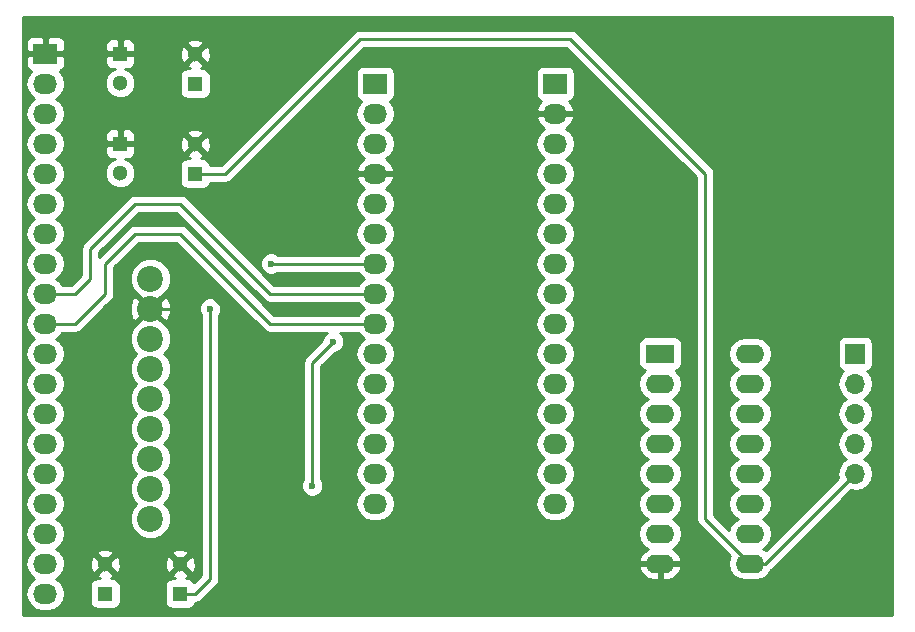
<source format=gbl>
G04 #@! TF.FileFunction,Copper,L2,Bot,Signal*
%FSLAX46Y46*%
G04 Gerber Fmt 4.6, Leading zero omitted, Abs format (unit mm)*
G04 Created by KiCad (PCBNEW 4.0.7-e2-6376~61~ubuntu18.04.1) date Thu Feb 13 23:54:19 2020*
%MOMM*%
%LPD*%
G01*
G04 APERTURE LIST*
%ADD10C,0.100000*%
%ADD11R,1.300000X1.300000*%
%ADD12C,1.300000*%
%ADD13R,2.032000X1.727200*%
%ADD14O,2.032000X1.727200*%
%ADD15C,2.200000*%
%ADD16R,2.400000X1.600000*%
%ADD17O,2.400000X1.600000*%
%ADD18R,1.700000X1.700000*%
%ADD19O,1.700000X1.700000*%
%ADD20C,0.600000*%
%ADD21C,0.250000*%
%ADD22C,0.254000*%
G04 APERTURE END LIST*
D10*
D11*
X124460000Y-143510000D03*
D12*
X124460000Y-141010000D03*
D11*
X130810000Y-143510000D03*
D12*
X130810000Y-141010000D03*
D11*
X132080000Y-100330000D03*
D12*
X132080000Y-97830000D03*
D11*
X125730000Y-97790000D03*
D12*
X125730000Y-100290000D03*
D11*
X132080000Y-107950000D03*
D12*
X132080000Y-105450000D03*
D11*
X125730000Y-105410000D03*
D12*
X125730000Y-107910000D03*
D13*
X119380000Y-97790000D03*
D14*
X119380000Y-100330000D03*
X119380000Y-102870000D03*
X119380000Y-105410000D03*
X119380000Y-107950000D03*
X119380000Y-110490000D03*
X119380000Y-113030000D03*
X119380000Y-115570000D03*
X119380000Y-118110000D03*
X119380000Y-120650000D03*
X119380000Y-123190000D03*
X119380000Y-125730000D03*
X119380000Y-128270000D03*
X119380000Y-130810000D03*
X119380000Y-133350000D03*
X119380000Y-135890000D03*
X119380000Y-138430000D03*
X119380000Y-140970000D03*
X119380000Y-143510000D03*
D15*
X128270000Y-116840000D03*
X128270000Y-119380000D03*
X128270000Y-121920000D03*
X128270000Y-124460000D03*
X128270000Y-127000000D03*
X128270000Y-129540000D03*
X128270000Y-132080000D03*
X128270000Y-134620000D03*
X128270000Y-137160000D03*
D13*
X147320000Y-100330000D03*
D14*
X147320000Y-102870000D03*
X147320000Y-105410000D03*
X147320000Y-107950000D03*
X147320000Y-110490000D03*
X147320000Y-113030000D03*
X147320000Y-115570000D03*
X147320000Y-118110000D03*
X147320000Y-120650000D03*
X147320000Y-123190000D03*
X147320000Y-125730000D03*
X147320000Y-128270000D03*
X147320000Y-130810000D03*
X147320000Y-133350000D03*
X147320000Y-135890000D03*
D13*
X162560000Y-100330000D03*
D14*
X162560000Y-102870000D03*
X162560000Y-105410000D03*
X162560000Y-107950000D03*
X162560000Y-110490000D03*
X162560000Y-113030000D03*
X162560000Y-115570000D03*
X162560000Y-118110000D03*
X162560000Y-120650000D03*
X162560000Y-123190000D03*
X162560000Y-125730000D03*
X162560000Y-128270000D03*
X162560000Y-130810000D03*
X162560000Y-133350000D03*
X162560000Y-135890000D03*
D16*
X171450000Y-123190000D03*
D17*
X179070000Y-140970000D03*
X171450000Y-125730000D03*
X179070000Y-138430000D03*
X171450000Y-128270000D03*
X179070000Y-135890000D03*
X171450000Y-130810000D03*
X179070000Y-133350000D03*
X171450000Y-133350000D03*
X179070000Y-130810000D03*
X171450000Y-135890000D03*
X179070000Y-128270000D03*
X171450000Y-138430000D03*
X179070000Y-125730000D03*
X171450000Y-140970000D03*
X179070000Y-123190000D03*
D18*
X187960000Y-123190000D03*
D19*
X187960000Y-125730000D03*
X187960000Y-128270000D03*
X187960000Y-130810000D03*
X187960000Y-133350000D03*
D20*
X133350000Y-119380000D03*
X132080000Y-124460000D03*
X132080000Y-130810000D03*
X132080000Y-135890000D03*
X139700000Y-124460000D03*
X139700000Y-130810000D03*
X129540000Y-111760000D03*
X141986000Y-134366000D03*
X143764000Y-122174000D03*
X138510000Y-115570000D03*
D21*
X130810000Y-143510000D02*
X132080000Y-143510000D01*
X133350000Y-142240000D02*
X133350000Y-119380000D01*
X132080000Y-143510000D02*
X133350000Y-142240000D01*
X132080000Y-130810000D02*
X132080000Y-124460000D01*
X130810000Y-119380000D02*
X132080000Y-120650000D01*
X132080000Y-120650000D02*
X132080000Y-124460000D01*
X132080000Y-135890000D02*
X132080000Y-130810000D01*
X139700000Y-130810000D02*
X139700000Y-124460000D01*
X132080000Y-118110000D02*
X133350000Y-118110000D01*
X133350000Y-118110000D02*
X139700000Y-124460000D01*
X132080000Y-118110000D02*
X130810000Y-119380000D01*
X128270000Y-119380000D02*
X130810000Y-119380000D01*
X129540000Y-119380000D02*
X128270000Y-119380000D01*
X179070000Y-140970000D02*
X180340000Y-140970000D01*
X180340000Y-140970000D02*
X187960000Y-133350000D01*
X132080000Y-107950000D02*
X134620000Y-107950000D01*
X175260000Y-137160000D02*
X179070000Y-140970000D01*
X175260000Y-107950000D02*
X175260000Y-137160000D01*
X163830000Y-96520000D02*
X175260000Y-107950000D01*
X146050000Y-96520000D02*
X163830000Y-96520000D01*
X134620000Y-107950000D02*
X146050000Y-96520000D01*
X119380000Y-118110000D02*
X121920000Y-118110000D01*
X138430000Y-118110000D02*
X147320000Y-118110000D01*
X130810000Y-110490000D02*
X138430000Y-118110000D01*
X127000000Y-110490000D02*
X130810000Y-110490000D01*
X123190000Y-114300000D02*
X127000000Y-110490000D01*
X123190000Y-116840000D02*
X123190000Y-114300000D01*
X121920000Y-118110000D02*
X123190000Y-116840000D01*
X119380000Y-120650000D02*
X121920000Y-120650000D01*
X138430000Y-120650000D02*
X147320000Y-120650000D01*
X130810000Y-113030000D02*
X138430000Y-120650000D01*
X127000000Y-113030000D02*
X130810000Y-113030000D01*
X124460000Y-115570000D02*
X127000000Y-113030000D01*
X124460000Y-118110000D02*
X124460000Y-115570000D01*
X121920000Y-120650000D02*
X124460000Y-118110000D01*
X141986000Y-134366000D02*
X141986000Y-123952000D01*
X141986000Y-123952000D02*
X142240000Y-123698000D01*
X142240000Y-123698000D02*
X142297998Y-123640002D01*
X142297998Y-123640002D02*
X143764000Y-122174000D01*
X138510000Y-115570000D02*
X147320000Y-115570000D01*
D22*
G36*
X191085000Y-145365000D02*
X117525000Y-145365000D01*
X117525000Y-100330000D01*
X117696655Y-100330000D01*
X117810729Y-100903489D01*
X118135585Y-101389670D01*
X118450366Y-101600000D01*
X118135585Y-101810330D01*
X117810729Y-102296511D01*
X117696655Y-102870000D01*
X117810729Y-103443489D01*
X118135585Y-103929670D01*
X118450366Y-104140000D01*
X118135585Y-104350330D01*
X117810729Y-104836511D01*
X117696655Y-105410000D01*
X117810729Y-105983489D01*
X118135585Y-106469670D01*
X118450366Y-106680000D01*
X118135585Y-106890330D01*
X117810729Y-107376511D01*
X117696655Y-107950000D01*
X117810729Y-108523489D01*
X118135585Y-109009670D01*
X118450366Y-109220000D01*
X118135585Y-109430330D01*
X117810729Y-109916511D01*
X117696655Y-110490000D01*
X117810729Y-111063489D01*
X118135585Y-111549670D01*
X118450366Y-111760000D01*
X118135585Y-111970330D01*
X117810729Y-112456511D01*
X117696655Y-113030000D01*
X117810729Y-113603489D01*
X118135585Y-114089670D01*
X118450366Y-114300000D01*
X118135585Y-114510330D01*
X117810729Y-114996511D01*
X117696655Y-115570000D01*
X117810729Y-116143489D01*
X118135585Y-116629670D01*
X118450366Y-116840000D01*
X118135585Y-117050330D01*
X117810729Y-117536511D01*
X117696655Y-118110000D01*
X117810729Y-118683489D01*
X118135585Y-119169670D01*
X118450366Y-119380000D01*
X118135585Y-119590330D01*
X117810729Y-120076511D01*
X117696655Y-120650000D01*
X117810729Y-121223489D01*
X118135585Y-121709670D01*
X118450366Y-121920000D01*
X118135585Y-122130330D01*
X117810729Y-122616511D01*
X117696655Y-123190000D01*
X117810729Y-123763489D01*
X118135585Y-124249670D01*
X118450366Y-124460000D01*
X118135585Y-124670330D01*
X117810729Y-125156511D01*
X117696655Y-125730000D01*
X117810729Y-126303489D01*
X118135585Y-126789670D01*
X118450366Y-127000000D01*
X118135585Y-127210330D01*
X117810729Y-127696511D01*
X117696655Y-128270000D01*
X117810729Y-128843489D01*
X118135585Y-129329670D01*
X118450366Y-129540000D01*
X118135585Y-129750330D01*
X117810729Y-130236511D01*
X117696655Y-130810000D01*
X117810729Y-131383489D01*
X118135585Y-131869670D01*
X118450366Y-132080000D01*
X118135585Y-132290330D01*
X117810729Y-132776511D01*
X117696655Y-133350000D01*
X117810729Y-133923489D01*
X118135585Y-134409670D01*
X118450366Y-134620000D01*
X118135585Y-134830330D01*
X117810729Y-135316511D01*
X117696655Y-135890000D01*
X117810729Y-136463489D01*
X118135585Y-136949670D01*
X118450366Y-137160000D01*
X118135585Y-137370330D01*
X117810729Y-137856511D01*
X117696655Y-138430000D01*
X117810729Y-139003489D01*
X118135585Y-139489670D01*
X118450366Y-139700000D01*
X118135585Y-139910330D01*
X117810729Y-140396511D01*
X117696655Y-140970000D01*
X117810729Y-141543489D01*
X118135585Y-142029670D01*
X118450366Y-142240000D01*
X118135585Y-142450330D01*
X117810729Y-142936511D01*
X117696655Y-143510000D01*
X117810729Y-144083489D01*
X118135585Y-144569670D01*
X118621766Y-144894526D01*
X119195255Y-145008600D01*
X119564745Y-145008600D01*
X120138234Y-144894526D01*
X120624415Y-144569670D01*
X120949271Y-144083489D01*
X121063345Y-143510000D01*
X120949271Y-142936511D01*
X120898148Y-142860000D01*
X123162560Y-142860000D01*
X123162560Y-144160000D01*
X123206838Y-144395317D01*
X123345910Y-144611441D01*
X123558110Y-144756431D01*
X123810000Y-144807440D01*
X125110000Y-144807440D01*
X125345317Y-144763162D01*
X125561441Y-144624090D01*
X125706431Y-144411890D01*
X125757440Y-144160000D01*
X125757440Y-142860000D01*
X129512560Y-142860000D01*
X129512560Y-144160000D01*
X129556838Y-144395317D01*
X129695910Y-144611441D01*
X129908110Y-144756431D01*
X130160000Y-144807440D01*
X131460000Y-144807440D01*
X131695317Y-144763162D01*
X131911441Y-144624090D01*
X132056431Y-144411890D01*
X132085381Y-144268930D01*
X132370839Y-144212148D01*
X132617401Y-144047401D01*
X133887401Y-142777401D01*
X134052148Y-142530840D01*
X134110000Y-142240000D01*
X134110000Y-141319039D01*
X169658096Y-141319039D01*
X169675633Y-141401819D01*
X169945500Y-141894896D01*
X170383517Y-142247166D01*
X170923000Y-142405000D01*
X171323000Y-142405000D01*
X171323000Y-141097000D01*
X171577000Y-141097000D01*
X171577000Y-142405000D01*
X171977000Y-142405000D01*
X172516483Y-142247166D01*
X172954500Y-141894896D01*
X173224367Y-141401819D01*
X173241904Y-141319039D01*
X173119915Y-141097000D01*
X171577000Y-141097000D01*
X171323000Y-141097000D01*
X169780085Y-141097000D01*
X169658096Y-141319039D01*
X134110000Y-141319039D01*
X134110000Y-119942463D01*
X134142192Y-119910327D01*
X134284838Y-119566799D01*
X134285162Y-119194833D01*
X134143117Y-118851057D01*
X133880327Y-118587808D01*
X133536799Y-118445162D01*
X133164833Y-118444838D01*
X132821057Y-118586883D01*
X132557808Y-118849673D01*
X132415162Y-119193201D01*
X132414838Y-119565167D01*
X132556883Y-119908943D01*
X132590000Y-119942118D01*
X132590000Y-141925198D01*
X131995564Y-142519634D01*
X131924090Y-142408559D01*
X131711890Y-142263569D01*
X131460000Y-142212560D01*
X131297615Y-142212560D01*
X131473729Y-142139611D01*
X131529410Y-141909016D01*
X130810000Y-141189605D01*
X130090590Y-141909016D01*
X130146271Y-142139611D01*
X130355902Y-142212560D01*
X130160000Y-142212560D01*
X129924683Y-142256838D01*
X129708559Y-142395910D01*
X129563569Y-142608110D01*
X129512560Y-142860000D01*
X125757440Y-142860000D01*
X125713162Y-142624683D01*
X125574090Y-142408559D01*
X125361890Y-142263569D01*
X125110000Y-142212560D01*
X124947615Y-142212560D01*
X125123729Y-142139611D01*
X125179410Y-141909016D01*
X124460000Y-141189605D01*
X123740590Y-141909016D01*
X123796271Y-142139611D01*
X124005902Y-142212560D01*
X123810000Y-142212560D01*
X123574683Y-142256838D01*
X123358559Y-142395910D01*
X123213569Y-142608110D01*
X123162560Y-142860000D01*
X120898148Y-142860000D01*
X120624415Y-142450330D01*
X120309634Y-142240000D01*
X120624415Y-142029670D01*
X120949271Y-141543489D01*
X121063345Y-140970000D01*
X121035314Y-140829078D01*
X123162378Y-140829078D01*
X123191917Y-141339428D01*
X123330389Y-141673729D01*
X123560984Y-141729410D01*
X124280395Y-141010000D01*
X124639605Y-141010000D01*
X125359016Y-141729410D01*
X125589611Y-141673729D01*
X125757622Y-141190922D01*
X125736679Y-140829078D01*
X129512378Y-140829078D01*
X129541917Y-141339428D01*
X129680389Y-141673729D01*
X129910984Y-141729410D01*
X130630395Y-141010000D01*
X130989605Y-141010000D01*
X131709016Y-141729410D01*
X131939611Y-141673729D01*
X132107622Y-141190922D01*
X132078083Y-140680572D01*
X131939611Y-140346271D01*
X131709016Y-140290590D01*
X130989605Y-141010000D01*
X130630395Y-141010000D01*
X129910984Y-140290590D01*
X129680389Y-140346271D01*
X129512378Y-140829078D01*
X125736679Y-140829078D01*
X125728083Y-140680572D01*
X125589611Y-140346271D01*
X125359016Y-140290590D01*
X124639605Y-141010000D01*
X124280395Y-141010000D01*
X123560984Y-140290590D01*
X123330389Y-140346271D01*
X123162378Y-140829078D01*
X121035314Y-140829078D01*
X120949271Y-140396511D01*
X120758488Y-140110984D01*
X123740590Y-140110984D01*
X124460000Y-140830395D01*
X125179410Y-140110984D01*
X130090590Y-140110984D01*
X130810000Y-140830395D01*
X131529410Y-140110984D01*
X131473729Y-139880389D01*
X130990922Y-139712378D01*
X130480572Y-139741917D01*
X130146271Y-139880389D01*
X130090590Y-140110984D01*
X125179410Y-140110984D01*
X125123729Y-139880389D01*
X124640922Y-139712378D01*
X124130572Y-139741917D01*
X123796271Y-139880389D01*
X123740590Y-140110984D01*
X120758488Y-140110984D01*
X120624415Y-139910330D01*
X120309634Y-139700000D01*
X120624415Y-139489670D01*
X120949271Y-139003489D01*
X121063345Y-138430000D01*
X120949271Y-137856511D01*
X120624415Y-137370330D01*
X120309634Y-137160000D01*
X120624415Y-136949670D01*
X120949271Y-136463489D01*
X121063345Y-135890000D01*
X120949271Y-135316511D01*
X120624415Y-134830330D01*
X120309634Y-134620000D01*
X120624415Y-134409670D01*
X120949271Y-133923489D01*
X121063345Y-133350000D01*
X120949271Y-132776511D01*
X120624415Y-132290330D01*
X120309634Y-132080000D01*
X120624415Y-131869670D01*
X120949271Y-131383489D01*
X121063345Y-130810000D01*
X120949271Y-130236511D01*
X120624415Y-129750330D01*
X120309634Y-129540000D01*
X120624415Y-129329670D01*
X120949271Y-128843489D01*
X121063345Y-128270000D01*
X120949271Y-127696511D01*
X120624415Y-127210330D01*
X120309634Y-127000000D01*
X120624415Y-126789670D01*
X120949271Y-126303489D01*
X121063345Y-125730000D01*
X120949271Y-125156511D01*
X120624415Y-124670330D01*
X120309634Y-124460000D01*
X120624415Y-124249670D01*
X120949271Y-123763489D01*
X121063345Y-123190000D01*
X120949271Y-122616511D01*
X120713463Y-122263599D01*
X126534699Y-122263599D01*
X126798281Y-122901515D01*
X127086338Y-123190075D01*
X126799996Y-123475918D01*
X126535301Y-124113373D01*
X126534699Y-124803599D01*
X126798281Y-125441515D01*
X127086338Y-125730075D01*
X126799996Y-126015918D01*
X126535301Y-126653373D01*
X126534699Y-127343599D01*
X126798281Y-127981515D01*
X127086338Y-128270075D01*
X126799996Y-128555918D01*
X126535301Y-129193373D01*
X126534699Y-129883599D01*
X126798281Y-130521515D01*
X127086338Y-130810075D01*
X126799996Y-131095918D01*
X126535301Y-131733373D01*
X126534699Y-132423599D01*
X126798281Y-133061515D01*
X127086338Y-133350075D01*
X126799996Y-133635918D01*
X126535301Y-134273373D01*
X126534699Y-134963599D01*
X126798281Y-135601515D01*
X127086338Y-135890075D01*
X126799996Y-136175918D01*
X126535301Y-136813373D01*
X126534699Y-137503599D01*
X126798281Y-138141515D01*
X127285918Y-138630004D01*
X127923373Y-138894699D01*
X128613599Y-138895301D01*
X129251515Y-138631719D01*
X129740004Y-138144082D01*
X130004699Y-137506627D01*
X130005301Y-136816401D01*
X129741719Y-136178485D01*
X129453662Y-135889925D01*
X129740004Y-135604082D01*
X130004699Y-134966627D01*
X130005301Y-134276401D01*
X129741719Y-133638485D01*
X129453662Y-133349925D01*
X129740004Y-133064082D01*
X130004699Y-132426627D01*
X130005301Y-131736401D01*
X129741719Y-131098485D01*
X129453662Y-130809925D01*
X129740004Y-130524082D01*
X130004699Y-129886627D01*
X130005301Y-129196401D01*
X129741719Y-128558485D01*
X129453662Y-128269925D01*
X129740004Y-127984082D01*
X130004699Y-127346627D01*
X130005301Y-126656401D01*
X129741719Y-126018485D01*
X129453662Y-125729925D01*
X129740004Y-125444082D01*
X130004699Y-124806627D01*
X130005301Y-124116401D01*
X129741719Y-123478485D01*
X129453662Y-123189925D01*
X129740004Y-122904082D01*
X130004699Y-122266627D01*
X130005301Y-121576401D01*
X129741719Y-120938485D01*
X129254082Y-120449996D01*
X129093861Y-120383466D01*
X128270000Y-119559605D01*
X127446695Y-120382910D01*
X127288485Y-120448281D01*
X126799996Y-120935918D01*
X126535301Y-121573373D01*
X126534699Y-122263599D01*
X120713463Y-122263599D01*
X120624415Y-122130330D01*
X120309634Y-121920000D01*
X120624415Y-121709670D01*
X120824648Y-121410000D01*
X121920000Y-121410000D01*
X122210839Y-121352148D01*
X122457401Y-121187401D01*
X124553209Y-119091593D01*
X126524677Y-119091593D01*
X126547164Y-119781453D01*
X126767901Y-120314359D01*
X127045132Y-120425263D01*
X128090395Y-119380000D01*
X128449605Y-119380000D01*
X129494868Y-120425263D01*
X129772099Y-120314359D01*
X130015323Y-119668407D01*
X129992836Y-118978547D01*
X129772099Y-118445641D01*
X129494868Y-118334737D01*
X128449605Y-119380000D01*
X128090395Y-119380000D01*
X127045132Y-118334737D01*
X126767901Y-118445641D01*
X126524677Y-119091593D01*
X124553209Y-119091593D01*
X124997401Y-118647401D01*
X125162148Y-118400840D01*
X125180216Y-118310004D01*
X125220000Y-118110000D01*
X125220000Y-117183599D01*
X126534699Y-117183599D01*
X126798281Y-117821515D01*
X127285918Y-118310004D01*
X127446139Y-118376534D01*
X128270000Y-119200395D01*
X129093305Y-118377090D01*
X129251515Y-118311719D01*
X129740004Y-117824082D01*
X130004699Y-117186627D01*
X130005301Y-116496401D01*
X129741719Y-115858485D01*
X129254082Y-115369996D01*
X128616627Y-115105301D01*
X127926401Y-115104699D01*
X127288485Y-115368281D01*
X126799996Y-115855918D01*
X126535301Y-116493373D01*
X126534699Y-117183599D01*
X125220000Y-117183599D01*
X125220000Y-115884802D01*
X127314802Y-113790000D01*
X130495198Y-113790000D01*
X137892599Y-121187401D01*
X138139160Y-121352148D01*
X138430000Y-121410000D01*
X143205889Y-121410000D01*
X142971808Y-121643673D01*
X142829162Y-121987201D01*
X142829121Y-122034077D01*
X141448599Y-123414599D01*
X141283852Y-123661161D01*
X141226000Y-123952000D01*
X141226000Y-133803537D01*
X141193808Y-133835673D01*
X141051162Y-134179201D01*
X141050838Y-134551167D01*
X141192883Y-134894943D01*
X141455673Y-135158192D01*
X141799201Y-135300838D01*
X142171167Y-135301162D01*
X142514943Y-135159117D01*
X142778192Y-134896327D01*
X142920838Y-134552799D01*
X142921162Y-134180833D01*
X142779117Y-133837057D01*
X142746000Y-133803882D01*
X142746000Y-124266802D01*
X143903680Y-123109122D01*
X143949167Y-123109162D01*
X144292943Y-122967117D01*
X144556192Y-122704327D01*
X144698838Y-122360799D01*
X144699162Y-121988833D01*
X144557117Y-121645057D01*
X144322470Y-121410000D01*
X145875352Y-121410000D01*
X146075585Y-121709670D01*
X146390366Y-121920000D01*
X146075585Y-122130330D01*
X145750729Y-122616511D01*
X145636655Y-123190000D01*
X145750729Y-123763489D01*
X146075585Y-124249670D01*
X146390366Y-124460000D01*
X146075585Y-124670330D01*
X145750729Y-125156511D01*
X145636655Y-125730000D01*
X145750729Y-126303489D01*
X146075585Y-126789670D01*
X146390366Y-127000000D01*
X146075585Y-127210330D01*
X145750729Y-127696511D01*
X145636655Y-128270000D01*
X145750729Y-128843489D01*
X146075585Y-129329670D01*
X146390366Y-129540000D01*
X146075585Y-129750330D01*
X145750729Y-130236511D01*
X145636655Y-130810000D01*
X145750729Y-131383489D01*
X146075585Y-131869670D01*
X146390366Y-132080000D01*
X146075585Y-132290330D01*
X145750729Y-132776511D01*
X145636655Y-133350000D01*
X145750729Y-133923489D01*
X146075585Y-134409670D01*
X146390366Y-134620000D01*
X146075585Y-134830330D01*
X145750729Y-135316511D01*
X145636655Y-135890000D01*
X145750729Y-136463489D01*
X146075585Y-136949670D01*
X146561766Y-137274526D01*
X147135255Y-137388600D01*
X147504745Y-137388600D01*
X148078234Y-137274526D01*
X148564415Y-136949670D01*
X148889271Y-136463489D01*
X149003345Y-135890000D01*
X148889271Y-135316511D01*
X148564415Y-134830330D01*
X148249634Y-134620000D01*
X148564415Y-134409670D01*
X148889271Y-133923489D01*
X149003345Y-133350000D01*
X148889271Y-132776511D01*
X148564415Y-132290330D01*
X148249634Y-132080000D01*
X148564415Y-131869670D01*
X148889271Y-131383489D01*
X149003345Y-130810000D01*
X148889271Y-130236511D01*
X148564415Y-129750330D01*
X148249634Y-129540000D01*
X148564415Y-129329670D01*
X148889271Y-128843489D01*
X149003345Y-128270000D01*
X148889271Y-127696511D01*
X148564415Y-127210330D01*
X148249634Y-127000000D01*
X148564415Y-126789670D01*
X148889271Y-126303489D01*
X149003345Y-125730000D01*
X148889271Y-125156511D01*
X148564415Y-124670330D01*
X148249634Y-124460000D01*
X148564415Y-124249670D01*
X148889271Y-123763489D01*
X149003345Y-123190000D01*
X148889271Y-122616511D01*
X148564415Y-122130330D01*
X148249634Y-121920000D01*
X148564415Y-121709670D01*
X148889271Y-121223489D01*
X149003345Y-120650000D01*
X148889271Y-120076511D01*
X148564415Y-119590330D01*
X148249634Y-119380000D01*
X148564415Y-119169670D01*
X148889271Y-118683489D01*
X149003345Y-118110000D01*
X148889271Y-117536511D01*
X148564415Y-117050330D01*
X148249634Y-116840000D01*
X148564415Y-116629670D01*
X148889271Y-116143489D01*
X149003345Y-115570000D01*
X148889271Y-114996511D01*
X148564415Y-114510330D01*
X148249634Y-114300000D01*
X148564415Y-114089670D01*
X148889271Y-113603489D01*
X149003345Y-113030000D01*
X148889271Y-112456511D01*
X148564415Y-111970330D01*
X148249634Y-111760000D01*
X148564415Y-111549670D01*
X148889271Y-111063489D01*
X149003345Y-110490000D01*
X148889271Y-109916511D01*
X148564415Y-109430330D01*
X148254931Y-109223539D01*
X148670732Y-108852036D01*
X148924709Y-108324791D01*
X148927358Y-108309026D01*
X148806217Y-108077000D01*
X147447000Y-108077000D01*
X147447000Y-108097000D01*
X147193000Y-108097000D01*
X147193000Y-108077000D01*
X145833783Y-108077000D01*
X145712642Y-108309026D01*
X145715291Y-108324791D01*
X145969268Y-108852036D01*
X146385069Y-109223539D01*
X146075585Y-109430330D01*
X145750729Y-109916511D01*
X145636655Y-110490000D01*
X145750729Y-111063489D01*
X146075585Y-111549670D01*
X146390366Y-111760000D01*
X146075585Y-111970330D01*
X145750729Y-112456511D01*
X145636655Y-113030000D01*
X145750729Y-113603489D01*
X146075585Y-114089670D01*
X146390366Y-114300000D01*
X146075585Y-114510330D01*
X145875352Y-114810000D01*
X139072463Y-114810000D01*
X139040327Y-114777808D01*
X138696799Y-114635162D01*
X138324833Y-114634838D01*
X137981057Y-114776883D01*
X137717808Y-115039673D01*
X137575162Y-115383201D01*
X137574838Y-115755167D01*
X137716883Y-116098943D01*
X137979673Y-116362192D01*
X138323201Y-116504838D01*
X138695167Y-116505162D01*
X139038943Y-116363117D01*
X139072118Y-116330000D01*
X145875352Y-116330000D01*
X146075585Y-116629670D01*
X146390366Y-116840000D01*
X146075585Y-117050330D01*
X145875352Y-117350000D01*
X138744802Y-117350000D01*
X131347401Y-109952599D01*
X131100839Y-109787852D01*
X130810000Y-109730000D01*
X127000000Y-109730000D01*
X126709161Y-109787852D01*
X126462599Y-109952599D01*
X122652599Y-113762599D01*
X122487852Y-114009161D01*
X122430000Y-114300000D01*
X122430000Y-116525198D01*
X121605198Y-117350000D01*
X120824648Y-117350000D01*
X120624415Y-117050330D01*
X120309634Y-116840000D01*
X120624415Y-116629670D01*
X120949271Y-116143489D01*
X121063345Y-115570000D01*
X120949271Y-114996511D01*
X120624415Y-114510330D01*
X120309634Y-114300000D01*
X120624415Y-114089670D01*
X120949271Y-113603489D01*
X121063345Y-113030000D01*
X120949271Y-112456511D01*
X120624415Y-111970330D01*
X120309634Y-111760000D01*
X120624415Y-111549670D01*
X120949271Y-111063489D01*
X121063345Y-110490000D01*
X120949271Y-109916511D01*
X120624415Y-109430330D01*
X120309634Y-109220000D01*
X120624415Y-109009670D01*
X120949271Y-108523489D01*
X121020682Y-108164481D01*
X124444777Y-108164481D01*
X124639995Y-108636943D01*
X125001155Y-108998735D01*
X125473276Y-109194777D01*
X125984481Y-109195223D01*
X126456943Y-109000005D01*
X126818735Y-108638845D01*
X127014777Y-108166724D01*
X127015223Y-107655519D01*
X126868326Y-107300000D01*
X130782560Y-107300000D01*
X130782560Y-108600000D01*
X130826838Y-108835317D01*
X130965910Y-109051441D01*
X131178110Y-109196431D01*
X131430000Y-109247440D01*
X132730000Y-109247440D01*
X132965317Y-109203162D01*
X133181441Y-109064090D01*
X133326431Y-108851890D01*
X133355164Y-108710000D01*
X134620000Y-108710000D01*
X134910839Y-108652148D01*
X135157401Y-108487401D01*
X140774802Y-102870000D01*
X145636655Y-102870000D01*
X145750729Y-103443489D01*
X146075585Y-103929670D01*
X146390366Y-104140000D01*
X146075585Y-104350330D01*
X145750729Y-104836511D01*
X145636655Y-105410000D01*
X145750729Y-105983489D01*
X146075585Y-106469670D01*
X146385069Y-106676461D01*
X145969268Y-107047964D01*
X145715291Y-107575209D01*
X145712642Y-107590974D01*
X145833783Y-107823000D01*
X147193000Y-107823000D01*
X147193000Y-107803000D01*
X147447000Y-107803000D01*
X147447000Y-107823000D01*
X148806217Y-107823000D01*
X148927358Y-107590974D01*
X148924709Y-107575209D01*
X148670732Y-107047964D01*
X148254931Y-106676461D01*
X148564415Y-106469670D01*
X148889271Y-105983489D01*
X149003345Y-105410000D01*
X160876655Y-105410000D01*
X160990729Y-105983489D01*
X161315585Y-106469670D01*
X161630366Y-106680000D01*
X161315585Y-106890330D01*
X160990729Y-107376511D01*
X160876655Y-107950000D01*
X160990729Y-108523489D01*
X161315585Y-109009670D01*
X161630366Y-109220000D01*
X161315585Y-109430330D01*
X160990729Y-109916511D01*
X160876655Y-110490000D01*
X160990729Y-111063489D01*
X161315585Y-111549670D01*
X161630366Y-111760000D01*
X161315585Y-111970330D01*
X160990729Y-112456511D01*
X160876655Y-113030000D01*
X160990729Y-113603489D01*
X161315585Y-114089670D01*
X161630366Y-114300000D01*
X161315585Y-114510330D01*
X160990729Y-114996511D01*
X160876655Y-115570000D01*
X160990729Y-116143489D01*
X161315585Y-116629670D01*
X161630366Y-116840000D01*
X161315585Y-117050330D01*
X160990729Y-117536511D01*
X160876655Y-118110000D01*
X160990729Y-118683489D01*
X161315585Y-119169670D01*
X161630366Y-119380000D01*
X161315585Y-119590330D01*
X160990729Y-120076511D01*
X160876655Y-120650000D01*
X160990729Y-121223489D01*
X161315585Y-121709670D01*
X161630366Y-121920000D01*
X161315585Y-122130330D01*
X160990729Y-122616511D01*
X160876655Y-123190000D01*
X160990729Y-123763489D01*
X161315585Y-124249670D01*
X161630366Y-124460000D01*
X161315585Y-124670330D01*
X160990729Y-125156511D01*
X160876655Y-125730000D01*
X160990729Y-126303489D01*
X161315585Y-126789670D01*
X161630366Y-127000000D01*
X161315585Y-127210330D01*
X160990729Y-127696511D01*
X160876655Y-128270000D01*
X160990729Y-128843489D01*
X161315585Y-129329670D01*
X161630366Y-129540000D01*
X161315585Y-129750330D01*
X160990729Y-130236511D01*
X160876655Y-130810000D01*
X160990729Y-131383489D01*
X161315585Y-131869670D01*
X161630366Y-132080000D01*
X161315585Y-132290330D01*
X160990729Y-132776511D01*
X160876655Y-133350000D01*
X160990729Y-133923489D01*
X161315585Y-134409670D01*
X161630366Y-134620000D01*
X161315585Y-134830330D01*
X160990729Y-135316511D01*
X160876655Y-135890000D01*
X160990729Y-136463489D01*
X161315585Y-136949670D01*
X161801766Y-137274526D01*
X162375255Y-137388600D01*
X162744745Y-137388600D01*
X163318234Y-137274526D01*
X163804415Y-136949670D01*
X164129271Y-136463489D01*
X164243345Y-135890000D01*
X164129271Y-135316511D01*
X163804415Y-134830330D01*
X163489634Y-134620000D01*
X163804415Y-134409670D01*
X164129271Y-133923489D01*
X164243345Y-133350000D01*
X164129271Y-132776511D01*
X163804415Y-132290330D01*
X163489634Y-132080000D01*
X163804415Y-131869670D01*
X164129271Y-131383489D01*
X164243345Y-130810000D01*
X164129271Y-130236511D01*
X163804415Y-129750330D01*
X163489634Y-129540000D01*
X163804415Y-129329670D01*
X164129271Y-128843489D01*
X164243345Y-128270000D01*
X164129271Y-127696511D01*
X163804415Y-127210330D01*
X163489634Y-127000000D01*
X163804415Y-126789670D01*
X164129271Y-126303489D01*
X164243345Y-125730000D01*
X169579050Y-125730000D01*
X169688283Y-126279151D01*
X169999352Y-126744698D01*
X170381438Y-127000000D01*
X169999352Y-127255302D01*
X169688283Y-127720849D01*
X169579050Y-128270000D01*
X169688283Y-128819151D01*
X169999352Y-129284698D01*
X170381438Y-129540000D01*
X169999352Y-129795302D01*
X169688283Y-130260849D01*
X169579050Y-130810000D01*
X169688283Y-131359151D01*
X169999352Y-131824698D01*
X170381438Y-132080000D01*
X169999352Y-132335302D01*
X169688283Y-132800849D01*
X169579050Y-133350000D01*
X169688283Y-133899151D01*
X169999352Y-134364698D01*
X170381438Y-134620000D01*
X169999352Y-134875302D01*
X169688283Y-135340849D01*
X169579050Y-135890000D01*
X169688283Y-136439151D01*
X169999352Y-136904698D01*
X170381438Y-137160000D01*
X169999352Y-137415302D01*
X169688283Y-137880849D01*
X169579050Y-138430000D01*
X169688283Y-138979151D01*
X169999352Y-139444698D01*
X170377707Y-139697507D01*
X169945500Y-140045104D01*
X169675633Y-140538181D01*
X169658096Y-140620961D01*
X169780085Y-140843000D01*
X171323000Y-140843000D01*
X171323000Y-140823000D01*
X171577000Y-140823000D01*
X171577000Y-140843000D01*
X173119915Y-140843000D01*
X173241904Y-140620961D01*
X173224367Y-140538181D01*
X172954500Y-140045104D01*
X172522293Y-139697507D01*
X172900648Y-139444698D01*
X173211717Y-138979151D01*
X173320950Y-138430000D01*
X173211717Y-137880849D01*
X172900648Y-137415302D01*
X172518562Y-137160000D01*
X172900648Y-136904698D01*
X173211717Y-136439151D01*
X173320950Y-135890000D01*
X173211717Y-135340849D01*
X172900648Y-134875302D01*
X172518562Y-134620000D01*
X172900648Y-134364698D01*
X173211717Y-133899151D01*
X173320950Y-133350000D01*
X173211717Y-132800849D01*
X172900648Y-132335302D01*
X172518562Y-132080000D01*
X172900648Y-131824698D01*
X173211717Y-131359151D01*
X173320950Y-130810000D01*
X173211717Y-130260849D01*
X172900648Y-129795302D01*
X172518562Y-129540000D01*
X172900648Y-129284698D01*
X173211717Y-128819151D01*
X173320950Y-128270000D01*
X173211717Y-127720849D01*
X172900648Y-127255302D01*
X172518562Y-127000000D01*
X172900648Y-126744698D01*
X173211717Y-126279151D01*
X173320950Y-125730000D01*
X173211717Y-125180849D01*
X172900648Y-124715302D01*
X172754650Y-124617749D01*
X172885317Y-124593162D01*
X173101441Y-124454090D01*
X173246431Y-124241890D01*
X173297440Y-123990000D01*
X173297440Y-122390000D01*
X173253162Y-122154683D01*
X173114090Y-121938559D01*
X172901890Y-121793569D01*
X172650000Y-121742560D01*
X170250000Y-121742560D01*
X170014683Y-121786838D01*
X169798559Y-121925910D01*
X169653569Y-122138110D01*
X169602560Y-122390000D01*
X169602560Y-123990000D01*
X169646838Y-124225317D01*
X169785910Y-124441441D01*
X169998110Y-124586431D01*
X170147074Y-124616597D01*
X169999352Y-124715302D01*
X169688283Y-125180849D01*
X169579050Y-125730000D01*
X164243345Y-125730000D01*
X164129271Y-125156511D01*
X163804415Y-124670330D01*
X163489634Y-124460000D01*
X163804415Y-124249670D01*
X164129271Y-123763489D01*
X164243345Y-123190000D01*
X164129271Y-122616511D01*
X163804415Y-122130330D01*
X163489634Y-121920000D01*
X163804415Y-121709670D01*
X164129271Y-121223489D01*
X164243345Y-120650000D01*
X164129271Y-120076511D01*
X163804415Y-119590330D01*
X163489634Y-119380000D01*
X163804415Y-119169670D01*
X164129271Y-118683489D01*
X164243345Y-118110000D01*
X164129271Y-117536511D01*
X163804415Y-117050330D01*
X163489634Y-116840000D01*
X163804415Y-116629670D01*
X164129271Y-116143489D01*
X164243345Y-115570000D01*
X164129271Y-114996511D01*
X163804415Y-114510330D01*
X163489634Y-114300000D01*
X163804415Y-114089670D01*
X164129271Y-113603489D01*
X164243345Y-113030000D01*
X164129271Y-112456511D01*
X163804415Y-111970330D01*
X163489634Y-111760000D01*
X163804415Y-111549670D01*
X164129271Y-111063489D01*
X164243345Y-110490000D01*
X164129271Y-109916511D01*
X163804415Y-109430330D01*
X163489634Y-109220000D01*
X163804415Y-109009670D01*
X164129271Y-108523489D01*
X164243345Y-107950000D01*
X164129271Y-107376511D01*
X163804415Y-106890330D01*
X163489634Y-106680000D01*
X163804415Y-106469670D01*
X164129271Y-105983489D01*
X164243345Y-105410000D01*
X164129271Y-104836511D01*
X163804415Y-104350330D01*
X163494931Y-104143539D01*
X163910732Y-103772036D01*
X164164709Y-103244791D01*
X164167358Y-103229026D01*
X164046217Y-102997000D01*
X162687000Y-102997000D01*
X162687000Y-103017000D01*
X162433000Y-103017000D01*
X162433000Y-102997000D01*
X161073783Y-102997000D01*
X160952642Y-103229026D01*
X160955291Y-103244791D01*
X161209268Y-103772036D01*
X161625069Y-104143539D01*
X161315585Y-104350330D01*
X160990729Y-104836511D01*
X160876655Y-105410000D01*
X149003345Y-105410000D01*
X148889271Y-104836511D01*
X148564415Y-104350330D01*
X148249634Y-104140000D01*
X148564415Y-103929670D01*
X148889271Y-103443489D01*
X149003345Y-102870000D01*
X148889271Y-102296511D01*
X148564415Y-101810330D01*
X148550087Y-101800757D01*
X148571317Y-101796762D01*
X148787441Y-101657690D01*
X148932431Y-101445490D01*
X148983440Y-101193600D01*
X148983440Y-99466400D01*
X160896560Y-99466400D01*
X160896560Y-101193600D01*
X160940838Y-101428917D01*
X161079910Y-101645041D01*
X161292110Y-101790031D01*
X161386927Y-101809232D01*
X161209268Y-101967964D01*
X160955291Y-102495209D01*
X160952642Y-102510974D01*
X161073783Y-102743000D01*
X162433000Y-102743000D01*
X162433000Y-102723000D01*
X162687000Y-102723000D01*
X162687000Y-102743000D01*
X164046217Y-102743000D01*
X164167358Y-102510974D01*
X164164709Y-102495209D01*
X163910732Y-101967964D01*
X163735155Y-101811093D01*
X163811317Y-101796762D01*
X164027441Y-101657690D01*
X164172431Y-101445490D01*
X164223440Y-101193600D01*
X164223440Y-99466400D01*
X164179162Y-99231083D01*
X164040090Y-99014959D01*
X163827890Y-98869969D01*
X163576000Y-98818960D01*
X161544000Y-98818960D01*
X161308683Y-98863238D01*
X161092559Y-99002310D01*
X160947569Y-99214510D01*
X160896560Y-99466400D01*
X148983440Y-99466400D01*
X148939162Y-99231083D01*
X148800090Y-99014959D01*
X148587890Y-98869969D01*
X148336000Y-98818960D01*
X146304000Y-98818960D01*
X146068683Y-98863238D01*
X145852559Y-99002310D01*
X145707569Y-99214510D01*
X145656560Y-99466400D01*
X145656560Y-101193600D01*
X145700838Y-101428917D01*
X145839910Y-101645041D01*
X146052110Y-101790031D01*
X146093439Y-101798400D01*
X146075585Y-101810330D01*
X145750729Y-102296511D01*
X145636655Y-102870000D01*
X140774802Y-102870000D01*
X146364802Y-97280000D01*
X163515198Y-97280000D01*
X174500000Y-108264802D01*
X174500000Y-137160000D01*
X174557852Y-137450839D01*
X174722599Y-137697401D01*
X177363464Y-140338266D01*
X177308283Y-140420849D01*
X177199050Y-140970000D01*
X177308283Y-141519151D01*
X177619352Y-141984698D01*
X178084899Y-142295767D01*
X178634050Y-142405000D01*
X179505950Y-142405000D01*
X180055101Y-142295767D01*
X180520648Y-141984698D01*
X180809054Y-141553069D01*
X180877401Y-141507401D01*
X187613031Y-134771771D01*
X187930907Y-134835000D01*
X187989093Y-134835000D01*
X188557378Y-134721961D01*
X189039147Y-134400054D01*
X189361054Y-133918285D01*
X189474093Y-133350000D01*
X189361054Y-132781715D01*
X189039147Y-132299946D01*
X188709974Y-132080000D01*
X189039147Y-131860054D01*
X189361054Y-131378285D01*
X189474093Y-130810000D01*
X189361054Y-130241715D01*
X189039147Y-129759946D01*
X188709974Y-129540000D01*
X189039147Y-129320054D01*
X189361054Y-128838285D01*
X189474093Y-128270000D01*
X189361054Y-127701715D01*
X189039147Y-127219946D01*
X188709974Y-127000000D01*
X189039147Y-126780054D01*
X189361054Y-126298285D01*
X189474093Y-125730000D01*
X189361054Y-125161715D01*
X189039147Y-124679946D01*
X188997548Y-124652150D01*
X189045317Y-124643162D01*
X189261441Y-124504090D01*
X189406431Y-124291890D01*
X189457440Y-124040000D01*
X189457440Y-122340000D01*
X189413162Y-122104683D01*
X189274090Y-121888559D01*
X189061890Y-121743569D01*
X188810000Y-121692560D01*
X187110000Y-121692560D01*
X186874683Y-121736838D01*
X186658559Y-121875910D01*
X186513569Y-122088110D01*
X186462560Y-122340000D01*
X186462560Y-124040000D01*
X186506838Y-124275317D01*
X186645910Y-124491441D01*
X186858110Y-124636431D01*
X186925541Y-124650086D01*
X186880853Y-124679946D01*
X186558946Y-125161715D01*
X186445907Y-125730000D01*
X186558946Y-126298285D01*
X186880853Y-126780054D01*
X187210026Y-127000000D01*
X186880853Y-127219946D01*
X186558946Y-127701715D01*
X186445907Y-128270000D01*
X186558946Y-128838285D01*
X186880853Y-129320054D01*
X187210026Y-129540000D01*
X186880853Y-129759946D01*
X186558946Y-130241715D01*
X186445907Y-130810000D01*
X186558946Y-131378285D01*
X186880853Y-131860054D01*
X187210026Y-132080000D01*
X186880853Y-132299946D01*
X186558946Y-132781715D01*
X186445907Y-133350000D01*
X186518790Y-133716408D01*
X180376328Y-139858870D01*
X180138562Y-139700000D01*
X180520648Y-139444698D01*
X180831717Y-138979151D01*
X180940950Y-138430000D01*
X180831717Y-137880849D01*
X180520648Y-137415302D01*
X180138562Y-137160000D01*
X180520648Y-136904698D01*
X180831717Y-136439151D01*
X180940950Y-135890000D01*
X180831717Y-135340849D01*
X180520648Y-134875302D01*
X180138562Y-134620000D01*
X180520648Y-134364698D01*
X180831717Y-133899151D01*
X180940950Y-133350000D01*
X180831717Y-132800849D01*
X180520648Y-132335302D01*
X180138562Y-132080000D01*
X180520648Y-131824698D01*
X180831717Y-131359151D01*
X180940950Y-130810000D01*
X180831717Y-130260849D01*
X180520648Y-129795302D01*
X180138562Y-129540000D01*
X180520648Y-129284698D01*
X180831717Y-128819151D01*
X180940950Y-128270000D01*
X180831717Y-127720849D01*
X180520648Y-127255302D01*
X180138562Y-127000000D01*
X180520648Y-126744698D01*
X180831717Y-126279151D01*
X180940950Y-125730000D01*
X180831717Y-125180849D01*
X180520648Y-124715302D01*
X180138562Y-124460000D01*
X180520648Y-124204698D01*
X180831717Y-123739151D01*
X180940950Y-123190000D01*
X180831717Y-122640849D01*
X180520648Y-122175302D01*
X180055101Y-121864233D01*
X179505950Y-121755000D01*
X178634050Y-121755000D01*
X178084899Y-121864233D01*
X177619352Y-122175302D01*
X177308283Y-122640849D01*
X177199050Y-123190000D01*
X177308283Y-123739151D01*
X177619352Y-124204698D01*
X178001438Y-124460000D01*
X177619352Y-124715302D01*
X177308283Y-125180849D01*
X177199050Y-125730000D01*
X177308283Y-126279151D01*
X177619352Y-126744698D01*
X178001438Y-127000000D01*
X177619352Y-127255302D01*
X177308283Y-127720849D01*
X177199050Y-128270000D01*
X177308283Y-128819151D01*
X177619352Y-129284698D01*
X178001438Y-129540000D01*
X177619352Y-129795302D01*
X177308283Y-130260849D01*
X177199050Y-130810000D01*
X177308283Y-131359151D01*
X177619352Y-131824698D01*
X178001438Y-132080000D01*
X177619352Y-132335302D01*
X177308283Y-132800849D01*
X177199050Y-133350000D01*
X177308283Y-133899151D01*
X177619352Y-134364698D01*
X178001438Y-134620000D01*
X177619352Y-134875302D01*
X177308283Y-135340849D01*
X177199050Y-135890000D01*
X177308283Y-136439151D01*
X177619352Y-136904698D01*
X178001438Y-137160000D01*
X177619352Y-137415302D01*
X177308283Y-137880849D01*
X177266369Y-138091567D01*
X176020000Y-136845198D01*
X176020000Y-107950000D01*
X175962148Y-107659161D01*
X175797401Y-107412599D01*
X164367401Y-95982599D01*
X164120839Y-95817852D01*
X163830000Y-95760000D01*
X146050000Y-95760000D01*
X145759161Y-95817852D01*
X145512599Y-95982599D01*
X134305198Y-107190000D01*
X133356742Y-107190000D01*
X133333162Y-107064683D01*
X133194090Y-106848559D01*
X132981890Y-106703569D01*
X132730000Y-106652560D01*
X132567615Y-106652560D01*
X132743729Y-106579611D01*
X132799410Y-106349016D01*
X132080000Y-105629605D01*
X131360590Y-106349016D01*
X131416271Y-106579611D01*
X131625902Y-106652560D01*
X131430000Y-106652560D01*
X131194683Y-106696838D01*
X130978559Y-106835910D01*
X130833569Y-107048110D01*
X130782560Y-107300000D01*
X126868326Y-107300000D01*
X126820005Y-107183057D01*
X126458845Y-106821265D01*
X126154765Y-106695000D01*
X126506310Y-106695000D01*
X126739699Y-106598327D01*
X126918327Y-106419698D01*
X127015000Y-106186309D01*
X127015000Y-105695750D01*
X126856250Y-105537000D01*
X125857000Y-105537000D01*
X125857000Y-105557000D01*
X125603000Y-105557000D01*
X125603000Y-105537000D01*
X124603750Y-105537000D01*
X124445000Y-105695750D01*
X124445000Y-106186309D01*
X124541673Y-106419698D01*
X124720301Y-106598327D01*
X124953690Y-106695000D01*
X125305567Y-106695000D01*
X125003057Y-106819995D01*
X124641265Y-107181155D01*
X124445223Y-107653276D01*
X124444777Y-108164481D01*
X121020682Y-108164481D01*
X121063345Y-107950000D01*
X120949271Y-107376511D01*
X120624415Y-106890330D01*
X120309634Y-106680000D01*
X120624415Y-106469670D01*
X120949271Y-105983489D01*
X121063345Y-105410000D01*
X120949271Y-104836511D01*
X120813751Y-104633691D01*
X124445000Y-104633691D01*
X124445000Y-105124250D01*
X124603750Y-105283000D01*
X125603000Y-105283000D01*
X125603000Y-104283750D01*
X125857000Y-104283750D01*
X125857000Y-105283000D01*
X126856250Y-105283000D01*
X126870172Y-105269078D01*
X130782378Y-105269078D01*
X130811917Y-105779428D01*
X130950389Y-106113729D01*
X131180984Y-106169410D01*
X131900395Y-105450000D01*
X132259605Y-105450000D01*
X132979016Y-106169410D01*
X133209611Y-106113729D01*
X133377622Y-105630922D01*
X133348083Y-105120572D01*
X133209611Y-104786271D01*
X132979016Y-104730590D01*
X132259605Y-105450000D01*
X131900395Y-105450000D01*
X131180984Y-104730590D01*
X130950389Y-104786271D01*
X130782378Y-105269078D01*
X126870172Y-105269078D01*
X127015000Y-105124250D01*
X127015000Y-104633691D01*
X126980742Y-104550984D01*
X131360590Y-104550984D01*
X132080000Y-105270395D01*
X132799410Y-104550984D01*
X132743729Y-104320389D01*
X132260922Y-104152378D01*
X131750572Y-104181917D01*
X131416271Y-104320389D01*
X131360590Y-104550984D01*
X126980742Y-104550984D01*
X126918327Y-104400302D01*
X126739699Y-104221673D01*
X126506310Y-104125000D01*
X126015750Y-104125000D01*
X125857000Y-104283750D01*
X125603000Y-104283750D01*
X125444250Y-104125000D01*
X124953690Y-104125000D01*
X124720301Y-104221673D01*
X124541673Y-104400302D01*
X124445000Y-104633691D01*
X120813751Y-104633691D01*
X120624415Y-104350330D01*
X120309634Y-104140000D01*
X120624415Y-103929670D01*
X120949271Y-103443489D01*
X121063345Y-102870000D01*
X120949271Y-102296511D01*
X120624415Y-101810330D01*
X120309634Y-101600000D01*
X120624415Y-101389670D01*
X120949271Y-100903489D01*
X121020682Y-100544481D01*
X124444777Y-100544481D01*
X124639995Y-101016943D01*
X125001155Y-101378735D01*
X125473276Y-101574777D01*
X125984481Y-101575223D01*
X126456943Y-101380005D01*
X126818735Y-101018845D01*
X127014777Y-100546724D01*
X127015223Y-100035519D01*
X126868326Y-99680000D01*
X130782560Y-99680000D01*
X130782560Y-100980000D01*
X130826838Y-101215317D01*
X130965910Y-101431441D01*
X131178110Y-101576431D01*
X131430000Y-101627440D01*
X132730000Y-101627440D01*
X132965317Y-101583162D01*
X133181441Y-101444090D01*
X133326431Y-101231890D01*
X133377440Y-100980000D01*
X133377440Y-99680000D01*
X133333162Y-99444683D01*
X133194090Y-99228559D01*
X132981890Y-99083569D01*
X132730000Y-99032560D01*
X132567615Y-99032560D01*
X132743729Y-98959611D01*
X132799410Y-98729016D01*
X132080000Y-98009605D01*
X131360590Y-98729016D01*
X131416271Y-98959611D01*
X131625902Y-99032560D01*
X131430000Y-99032560D01*
X131194683Y-99076838D01*
X130978559Y-99215910D01*
X130833569Y-99428110D01*
X130782560Y-99680000D01*
X126868326Y-99680000D01*
X126820005Y-99563057D01*
X126458845Y-99201265D01*
X126154765Y-99075000D01*
X126506310Y-99075000D01*
X126739699Y-98978327D01*
X126918327Y-98799698D01*
X127015000Y-98566309D01*
X127015000Y-98075750D01*
X126856250Y-97917000D01*
X125857000Y-97917000D01*
X125857000Y-97937000D01*
X125603000Y-97937000D01*
X125603000Y-97917000D01*
X124603750Y-97917000D01*
X124445000Y-98075750D01*
X124445000Y-98566309D01*
X124541673Y-98799698D01*
X124720301Y-98978327D01*
X124953690Y-99075000D01*
X125305567Y-99075000D01*
X125003057Y-99199995D01*
X124641265Y-99561155D01*
X124445223Y-100033276D01*
X124444777Y-100544481D01*
X121020682Y-100544481D01*
X121063345Y-100330000D01*
X120949271Y-99756511D01*
X120624415Y-99270330D01*
X120602220Y-99255500D01*
X120755699Y-99191927D01*
X120934327Y-99013298D01*
X121031000Y-98779909D01*
X121031000Y-98075750D01*
X120872250Y-97917000D01*
X119507000Y-97917000D01*
X119507000Y-97937000D01*
X119253000Y-97937000D01*
X119253000Y-97917000D01*
X117887750Y-97917000D01*
X117729000Y-98075750D01*
X117729000Y-98779909D01*
X117825673Y-99013298D01*
X118004301Y-99191927D01*
X118157780Y-99255500D01*
X118135585Y-99270330D01*
X117810729Y-99756511D01*
X117696655Y-100330000D01*
X117525000Y-100330000D01*
X117525000Y-96800091D01*
X117729000Y-96800091D01*
X117729000Y-97504250D01*
X117887750Y-97663000D01*
X119253000Y-97663000D01*
X119253000Y-96450150D01*
X119507000Y-96450150D01*
X119507000Y-97663000D01*
X120872250Y-97663000D01*
X121031000Y-97504250D01*
X121031000Y-97013691D01*
X124445000Y-97013691D01*
X124445000Y-97504250D01*
X124603750Y-97663000D01*
X125603000Y-97663000D01*
X125603000Y-96663750D01*
X125857000Y-96663750D01*
X125857000Y-97663000D01*
X126856250Y-97663000D01*
X126870172Y-97649078D01*
X130782378Y-97649078D01*
X130811917Y-98159428D01*
X130950389Y-98493729D01*
X131180984Y-98549410D01*
X131900395Y-97830000D01*
X132259605Y-97830000D01*
X132979016Y-98549410D01*
X133209611Y-98493729D01*
X133377622Y-98010922D01*
X133348083Y-97500572D01*
X133209611Y-97166271D01*
X132979016Y-97110590D01*
X132259605Y-97830000D01*
X131900395Y-97830000D01*
X131180984Y-97110590D01*
X130950389Y-97166271D01*
X130782378Y-97649078D01*
X126870172Y-97649078D01*
X127015000Y-97504250D01*
X127015000Y-97013691D01*
X126980742Y-96930984D01*
X131360590Y-96930984D01*
X132080000Y-97650395D01*
X132799410Y-96930984D01*
X132743729Y-96700389D01*
X132260922Y-96532378D01*
X131750572Y-96561917D01*
X131416271Y-96700389D01*
X131360590Y-96930984D01*
X126980742Y-96930984D01*
X126918327Y-96780302D01*
X126739699Y-96601673D01*
X126506310Y-96505000D01*
X126015750Y-96505000D01*
X125857000Y-96663750D01*
X125603000Y-96663750D01*
X125444250Y-96505000D01*
X124953690Y-96505000D01*
X124720301Y-96601673D01*
X124541673Y-96780302D01*
X124445000Y-97013691D01*
X121031000Y-97013691D01*
X121031000Y-96800091D01*
X120934327Y-96566702D01*
X120755699Y-96388073D01*
X120522310Y-96291400D01*
X119665750Y-96291400D01*
X119507000Y-96450150D01*
X119253000Y-96450150D01*
X119094250Y-96291400D01*
X118237690Y-96291400D01*
X118004301Y-96388073D01*
X117825673Y-96566702D01*
X117729000Y-96800091D01*
X117525000Y-96800091D01*
X117525000Y-94665000D01*
X191085000Y-94665000D01*
X191085000Y-145365000D01*
X191085000Y-145365000D01*
G37*
X191085000Y-145365000D02*
X117525000Y-145365000D01*
X117525000Y-100330000D01*
X117696655Y-100330000D01*
X117810729Y-100903489D01*
X118135585Y-101389670D01*
X118450366Y-101600000D01*
X118135585Y-101810330D01*
X117810729Y-102296511D01*
X117696655Y-102870000D01*
X117810729Y-103443489D01*
X118135585Y-103929670D01*
X118450366Y-104140000D01*
X118135585Y-104350330D01*
X117810729Y-104836511D01*
X117696655Y-105410000D01*
X117810729Y-105983489D01*
X118135585Y-106469670D01*
X118450366Y-106680000D01*
X118135585Y-106890330D01*
X117810729Y-107376511D01*
X117696655Y-107950000D01*
X117810729Y-108523489D01*
X118135585Y-109009670D01*
X118450366Y-109220000D01*
X118135585Y-109430330D01*
X117810729Y-109916511D01*
X117696655Y-110490000D01*
X117810729Y-111063489D01*
X118135585Y-111549670D01*
X118450366Y-111760000D01*
X118135585Y-111970330D01*
X117810729Y-112456511D01*
X117696655Y-113030000D01*
X117810729Y-113603489D01*
X118135585Y-114089670D01*
X118450366Y-114300000D01*
X118135585Y-114510330D01*
X117810729Y-114996511D01*
X117696655Y-115570000D01*
X117810729Y-116143489D01*
X118135585Y-116629670D01*
X118450366Y-116840000D01*
X118135585Y-117050330D01*
X117810729Y-117536511D01*
X117696655Y-118110000D01*
X117810729Y-118683489D01*
X118135585Y-119169670D01*
X118450366Y-119380000D01*
X118135585Y-119590330D01*
X117810729Y-120076511D01*
X117696655Y-120650000D01*
X117810729Y-121223489D01*
X118135585Y-121709670D01*
X118450366Y-121920000D01*
X118135585Y-122130330D01*
X117810729Y-122616511D01*
X117696655Y-123190000D01*
X117810729Y-123763489D01*
X118135585Y-124249670D01*
X118450366Y-124460000D01*
X118135585Y-124670330D01*
X117810729Y-125156511D01*
X117696655Y-125730000D01*
X117810729Y-126303489D01*
X118135585Y-126789670D01*
X118450366Y-127000000D01*
X118135585Y-127210330D01*
X117810729Y-127696511D01*
X117696655Y-128270000D01*
X117810729Y-128843489D01*
X118135585Y-129329670D01*
X118450366Y-129540000D01*
X118135585Y-129750330D01*
X117810729Y-130236511D01*
X117696655Y-130810000D01*
X117810729Y-131383489D01*
X118135585Y-131869670D01*
X118450366Y-132080000D01*
X118135585Y-132290330D01*
X117810729Y-132776511D01*
X117696655Y-133350000D01*
X117810729Y-133923489D01*
X118135585Y-134409670D01*
X118450366Y-134620000D01*
X118135585Y-134830330D01*
X117810729Y-135316511D01*
X117696655Y-135890000D01*
X117810729Y-136463489D01*
X118135585Y-136949670D01*
X118450366Y-137160000D01*
X118135585Y-137370330D01*
X117810729Y-137856511D01*
X117696655Y-138430000D01*
X117810729Y-139003489D01*
X118135585Y-139489670D01*
X118450366Y-139700000D01*
X118135585Y-139910330D01*
X117810729Y-140396511D01*
X117696655Y-140970000D01*
X117810729Y-141543489D01*
X118135585Y-142029670D01*
X118450366Y-142240000D01*
X118135585Y-142450330D01*
X117810729Y-142936511D01*
X117696655Y-143510000D01*
X117810729Y-144083489D01*
X118135585Y-144569670D01*
X118621766Y-144894526D01*
X119195255Y-145008600D01*
X119564745Y-145008600D01*
X120138234Y-144894526D01*
X120624415Y-144569670D01*
X120949271Y-144083489D01*
X121063345Y-143510000D01*
X120949271Y-142936511D01*
X120898148Y-142860000D01*
X123162560Y-142860000D01*
X123162560Y-144160000D01*
X123206838Y-144395317D01*
X123345910Y-144611441D01*
X123558110Y-144756431D01*
X123810000Y-144807440D01*
X125110000Y-144807440D01*
X125345317Y-144763162D01*
X125561441Y-144624090D01*
X125706431Y-144411890D01*
X125757440Y-144160000D01*
X125757440Y-142860000D01*
X129512560Y-142860000D01*
X129512560Y-144160000D01*
X129556838Y-144395317D01*
X129695910Y-144611441D01*
X129908110Y-144756431D01*
X130160000Y-144807440D01*
X131460000Y-144807440D01*
X131695317Y-144763162D01*
X131911441Y-144624090D01*
X132056431Y-144411890D01*
X132085381Y-144268930D01*
X132370839Y-144212148D01*
X132617401Y-144047401D01*
X133887401Y-142777401D01*
X134052148Y-142530840D01*
X134110000Y-142240000D01*
X134110000Y-141319039D01*
X169658096Y-141319039D01*
X169675633Y-141401819D01*
X169945500Y-141894896D01*
X170383517Y-142247166D01*
X170923000Y-142405000D01*
X171323000Y-142405000D01*
X171323000Y-141097000D01*
X171577000Y-141097000D01*
X171577000Y-142405000D01*
X171977000Y-142405000D01*
X172516483Y-142247166D01*
X172954500Y-141894896D01*
X173224367Y-141401819D01*
X173241904Y-141319039D01*
X173119915Y-141097000D01*
X171577000Y-141097000D01*
X171323000Y-141097000D01*
X169780085Y-141097000D01*
X169658096Y-141319039D01*
X134110000Y-141319039D01*
X134110000Y-119942463D01*
X134142192Y-119910327D01*
X134284838Y-119566799D01*
X134285162Y-119194833D01*
X134143117Y-118851057D01*
X133880327Y-118587808D01*
X133536799Y-118445162D01*
X133164833Y-118444838D01*
X132821057Y-118586883D01*
X132557808Y-118849673D01*
X132415162Y-119193201D01*
X132414838Y-119565167D01*
X132556883Y-119908943D01*
X132590000Y-119942118D01*
X132590000Y-141925198D01*
X131995564Y-142519634D01*
X131924090Y-142408559D01*
X131711890Y-142263569D01*
X131460000Y-142212560D01*
X131297615Y-142212560D01*
X131473729Y-142139611D01*
X131529410Y-141909016D01*
X130810000Y-141189605D01*
X130090590Y-141909016D01*
X130146271Y-142139611D01*
X130355902Y-142212560D01*
X130160000Y-142212560D01*
X129924683Y-142256838D01*
X129708559Y-142395910D01*
X129563569Y-142608110D01*
X129512560Y-142860000D01*
X125757440Y-142860000D01*
X125713162Y-142624683D01*
X125574090Y-142408559D01*
X125361890Y-142263569D01*
X125110000Y-142212560D01*
X124947615Y-142212560D01*
X125123729Y-142139611D01*
X125179410Y-141909016D01*
X124460000Y-141189605D01*
X123740590Y-141909016D01*
X123796271Y-142139611D01*
X124005902Y-142212560D01*
X123810000Y-142212560D01*
X123574683Y-142256838D01*
X123358559Y-142395910D01*
X123213569Y-142608110D01*
X123162560Y-142860000D01*
X120898148Y-142860000D01*
X120624415Y-142450330D01*
X120309634Y-142240000D01*
X120624415Y-142029670D01*
X120949271Y-141543489D01*
X121063345Y-140970000D01*
X121035314Y-140829078D01*
X123162378Y-140829078D01*
X123191917Y-141339428D01*
X123330389Y-141673729D01*
X123560984Y-141729410D01*
X124280395Y-141010000D01*
X124639605Y-141010000D01*
X125359016Y-141729410D01*
X125589611Y-141673729D01*
X125757622Y-141190922D01*
X125736679Y-140829078D01*
X129512378Y-140829078D01*
X129541917Y-141339428D01*
X129680389Y-141673729D01*
X129910984Y-141729410D01*
X130630395Y-141010000D01*
X130989605Y-141010000D01*
X131709016Y-141729410D01*
X131939611Y-141673729D01*
X132107622Y-141190922D01*
X132078083Y-140680572D01*
X131939611Y-140346271D01*
X131709016Y-140290590D01*
X130989605Y-141010000D01*
X130630395Y-141010000D01*
X129910984Y-140290590D01*
X129680389Y-140346271D01*
X129512378Y-140829078D01*
X125736679Y-140829078D01*
X125728083Y-140680572D01*
X125589611Y-140346271D01*
X125359016Y-140290590D01*
X124639605Y-141010000D01*
X124280395Y-141010000D01*
X123560984Y-140290590D01*
X123330389Y-140346271D01*
X123162378Y-140829078D01*
X121035314Y-140829078D01*
X120949271Y-140396511D01*
X120758488Y-140110984D01*
X123740590Y-140110984D01*
X124460000Y-140830395D01*
X125179410Y-140110984D01*
X130090590Y-140110984D01*
X130810000Y-140830395D01*
X131529410Y-140110984D01*
X131473729Y-139880389D01*
X130990922Y-139712378D01*
X130480572Y-139741917D01*
X130146271Y-139880389D01*
X130090590Y-140110984D01*
X125179410Y-140110984D01*
X125123729Y-139880389D01*
X124640922Y-139712378D01*
X124130572Y-139741917D01*
X123796271Y-139880389D01*
X123740590Y-140110984D01*
X120758488Y-140110984D01*
X120624415Y-139910330D01*
X120309634Y-139700000D01*
X120624415Y-139489670D01*
X120949271Y-139003489D01*
X121063345Y-138430000D01*
X120949271Y-137856511D01*
X120624415Y-137370330D01*
X120309634Y-137160000D01*
X120624415Y-136949670D01*
X120949271Y-136463489D01*
X121063345Y-135890000D01*
X120949271Y-135316511D01*
X120624415Y-134830330D01*
X120309634Y-134620000D01*
X120624415Y-134409670D01*
X120949271Y-133923489D01*
X121063345Y-133350000D01*
X120949271Y-132776511D01*
X120624415Y-132290330D01*
X120309634Y-132080000D01*
X120624415Y-131869670D01*
X120949271Y-131383489D01*
X121063345Y-130810000D01*
X120949271Y-130236511D01*
X120624415Y-129750330D01*
X120309634Y-129540000D01*
X120624415Y-129329670D01*
X120949271Y-128843489D01*
X121063345Y-128270000D01*
X120949271Y-127696511D01*
X120624415Y-127210330D01*
X120309634Y-127000000D01*
X120624415Y-126789670D01*
X120949271Y-126303489D01*
X121063345Y-125730000D01*
X120949271Y-125156511D01*
X120624415Y-124670330D01*
X120309634Y-124460000D01*
X120624415Y-124249670D01*
X120949271Y-123763489D01*
X121063345Y-123190000D01*
X120949271Y-122616511D01*
X120713463Y-122263599D01*
X126534699Y-122263599D01*
X126798281Y-122901515D01*
X127086338Y-123190075D01*
X126799996Y-123475918D01*
X126535301Y-124113373D01*
X126534699Y-124803599D01*
X126798281Y-125441515D01*
X127086338Y-125730075D01*
X126799996Y-126015918D01*
X126535301Y-126653373D01*
X126534699Y-127343599D01*
X126798281Y-127981515D01*
X127086338Y-128270075D01*
X126799996Y-128555918D01*
X126535301Y-129193373D01*
X126534699Y-129883599D01*
X126798281Y-130521515D01*
X127086338Y-130810075D01*
X126799996Y-131095918D01*
X126535301Y-131733373D01*
X126534699Y-132423599D01*
X126798281Y-133061515D01*
X127086338Y-133350075D01*
X126799996Y-133635918D01*
X126535301Y-134273373D01*
X126534699Y-134963599D01*
X126798281Y-135601515D01*
X127086338Y-135890075D01*
X126799996Y-136175918D01*
X126535301Y-136813373D01*
X126534699Y-137503599D01*
X126798281Y-138141515D01*
X127285918Y-138630004D01*
X127923373Y-138894699D01*
X128613599Y-138895301D01*
X129251515Y-138631719D01*
X129740004Y-138144082D01*
X130004699Y-137506627D01*
X130005301Y-136816401D01*
X129741719Y-136178485D01*
X129453662Y-135889925D01*
X129740004Y-135604082D01*
X130004699Y-134966627D01*
X130005301Y-134276401D01*
X129741719Y-133638485D01*
X129453662Y-133349925D01*
X129740004Y-133064082D01*
X130004699Y-132426627D01*
X130005301Y-131736401D01*
X129741719Y-131098485D01*
X129453662Y-130809925D01*
X129740004Y-130524082D01*
X130004699Y-129886627D01*
X130005301Y-129196401D01*
X129741719Y-128558485D01*
X129453662Y-128269925D01*
X129740004Y-127984082D01*
X130004699Y-127346627D01*
X130005301Y-126656401D01*
X129741719Y-126018485D01*
X129453662Y-125729925D01*
X129740004Y-125444082D01*
X130004699Y-124806627D01*
X130005301Y-124116401D01*
X129741719Y-123478485D01*
X129453662Y-123189925D01*
X129740004Y-122904082D01*
X130004699Y-122266627D01*
X130005301Y-121576401D01*
X129741719Y-120938485D01*
X129254082Y-120449996D01*
X129093861Y-120383466D01*
X128270000Y-119559605D01*
X127446695Y-120382910D01*
X127288485Y-120448281D01*
X126799996Y-120935918D01*
X126535301Y-121573373D01*
X126534699Y-122263599D01*
X120713463Y-122263599D01*
X120624415Y-122130330D01*
X120309634Y-121920000D01*
X120624415Y-121709670D01*
X120824648Y-121410000D01*
X121920000Y-121410000D01*
X122210839Y-121352148D01*
X122457401Y-121187401D01*
X124553209Y-119091593D01*
X126524677Y-119091593D01*
X126547164Y-119781453D01*
X126767901Y-120314359D01*
X127045132Y-120425263D01*
X128090395Y-119380000D01*
X128449605Y-119380000D01*
X129494868Y-120425263D01*
X129772099Y-120314359D01*
X130015323Y-119668407D01*
X129992836Y-118978547D01*
X129772099Y-118445641D01*
X129494868Y-118334737D01*
X128449605Y-119380000D01*
X128090395Y-119380000D01*
X127045132Y-118334737D01*
X126767901Y-118445641D01*
X126524677Y-119091593D01*
X124553209Y-119091593D01*
X124997401Y-118647401D01*
X125162148Y-118400840D01*
X125180216Y-118310004D01*
X125220000Y-118110000D01*
X125220000Y-117183599D01*
X126534699Y-117183599D01*
X126798281Y-117821515D01*
X127285918Y-118310004D01*
X127446139Y-118376534D01*
X128270000Y-119200395D01*
X129093305Y-118377090D01*
X129251515Y-118311719D01*
X129740004Y-117824082D01*
X130004699Y-117186627D01*
X130005301Y-116496401D01*
X129741719Y-115858485D01*
X129254082Y-115369996D01*
X128616627Y-115105301D01*
X127926401Y-115104699D01*
X127288485Y-115368281D01*
X126799996Y-115855918D01*
X126535301Y-116493373D01*
X126534699Y-117183599D01*
X125220000Y-117183599D01*
X125220000Y-115884802D01*
X127314802Y-113790000D01*
X130495198Y-113790000D01*
X137892599Y-121187401D01*
X138139160Y-121352148D01*
X138430000Y-121410000D01*
X143205889Y-121410000D01*
X142971808Y-121643673D01*
X142829162Y-121987201D01*
X142829121Y-122034077D01*
X141448599Y-123414599D01*
X141283852Y-123661161D01*
X141226000Y-123952000D01*
X141226000Y-133803537D01*
X141193808Y-133835673D01*
X141051162Y-134179201D01*
X141050838Y-134551167D01*
X141192883Y-134894943D01*
X141455673Y-135158192D01*
X141799201Y-135300838D01*
X142171167Y-135301162D01*
X142514943Y-135159117D01*
X142778192Y-134896327D01*
X142920838Y-134552799D01*
X142921162Y-134180833D01*
X142779117Y-133837057D01*
X142746000Y-133803882D01*
X142746000Y-124266802D01*
X143903680Y-123109122D01*
X143949167Y-123109162D01*
X144292943Y-122967117D01*
X144556192Y-122704327D01*
X144698838Y-122360799D01*
X144699162Y-121988833D01*
X144557117Y-121645057D01*
X144322470Y-121410000D01*
X145875352Y-121410000D01*
X146075585Y-121709670D01*
X146390366Y-121920000D01*
X146075585Y-122130330D01*
X145750729Y-122616511D01*
X145636655Y-123190000D01*
X145750729Y-123763489D01*
X146075585Y-124249670D01*
X146390366Y-124460000D01*
X146075585Y-124670330D01*
X145750729Y-125156511D01*
X145636655Y-125730000D01*
X145750729Y-126303489D01*
X146075585Y-126789670D01*
X146390366Y-127000000D01*
X146075585Y-127210330D01*
X145750729Y-127696511D01*
X145636655Y-128270000D01*
X145750729Y-128843489D01*
X146075585Y-129329670D01*
X146390366Y-129540000D01*
X146075585Y-129750330D01*
X145750729Y-130236511D01*
X145636655Y-130810000D01*
X145750729Y-131383489D01*
X146075585Y-131869670D01*
X146390366Y-132080000D01*
X146075585Y-132290330D01*
X145750729Y-132776511D01*
X145636655Y-133350000D01*
X145750729Y-133923489D01*
X146075585Y-134409670D01*
X146390366Y-134620000D01*
X146075585Y-134830330D01*
X145750729Y-135316511D01*
X145636655Y-135890000D01*
X145750729Y-136463489D01*
X146075585Y-136949670D01*
X146561766Y-137274526D01*
X147135255Y-137388600D01*
X147504745Y-137388600D01*
X148078234Y-137274526D01*
X148564415Y-136949670D01*
X148889271Y-136463489D01*
X149003345Y-135890000D01*
X148889271Y-135316511D01*
X148564415Y-134830330D01*
X148249634Y-134620000D01*
X148564415Y-134409670D01*
X148889271Y-133923489D01*
X149003345Y-133350000D01*
X148889271Y-132776511D01*
X148564415Y-132290330D01*
X148249634Y-132080000D01*
X148564415Y-131869670D01*
X148889271Y-131383489D01*
X149003345Y-130810000D01*
X148889271Y-130236511D01*
X148564415Y-129750330D01*
X148249634Y-129540000D01*
X148564415Y-129329670D01*
X148889271Y-128843489D01*
X149003345Y-128270000D01*
X148889271Y-127696511D01*
X148564415Y-127210330D01*
X148249634Y-127000000D01*
X148564415Y-126789670D01*
X148889271Y-126303489D01*
X149003345Y-125730000D01*
X148889271Y-125156511D01*
X148564415Y-124670330D01*
X148249634Y-124460000D01*
X148564415Y-124249670D01*
X148889271Y-123763489D01*
X149003345Y-123190000D01*
X148889271Y-122616511D01*
X148564415Y-122130330D01*
X148249634Y-121920000D01*
X148564415Y-121709670D01*
X148889271Y-121223489D01*
X149003345Y-120650000D01*
X148889271Y-120076511D01*
X148564415Y-119590330D01*
X148249634Y-119380000D01*
X148564415Y-119169670D01*
X148889271Y-118683489D01*
X149003345Y-118110000D01*
X148889271Y-117536511D01*
X148564415Y-117050330D01*
X148249634Y-116840000D01*
X148564415Y-116629670D01*
X148889271Y-116143489D01*
X149003345Y-115570000D01*
X148889271Y-114996511D01*
X148564415Y-114510330D01*
X148249634Y-114300000D01*
X148564415Y-114089670D01*
X148889271Y-113603489D01*
X149003345Y-113030000D01*
X148889271Y-112456511D01*
X148564415Y-111970330D01*
X148249634Y-111760000D01*
X148564415Y-111549670D01*
X148889271Y-111063489D01*
X149003345Y-110490000D01*
X148889271Y-109916511D01*
X148564415Y-109430330D01*
X148254931Y-109223539D01*
X148670732Y-108852036D01*
X148924709Y-108324791D01*
X148927358Y-108309026D01*
X148806217Y-108077000D01*
X147447000Y-108077000D01*
X147447000Y-108097000D01*
X147193000Y-108097000D01*
X147193000Y-108077000D01*
X145833783Y-108077000D01*
X145712642Y-108309026D01*
X145715291Y-108324791D01*
X145969268Y-108852036D01*
X146385069Y-109223539D01*
X146075585Y-109430330D01*
X145750729Y-109916511D01*
X145636655Y-110490000D01*
X145750729Y-111063489D01*
X146075585Y-111549670D01*
X146390366Y-111760000D01*
X146075585Y-111970330D01*
X145750729Y-112456511D01*
X145636655Y-113030000D01*
X145750729Y-113603489D01*
X146075585Y-114089670D01*
X146390366Y-114300000D01*
X146075585Y-114510330D01*
X145875352Y-114810000D01*
X139072463Y-114810000D01*
X139040327Y-114777808D01*
X138696799Y-114635162D01*
X138324833Y-114634838D01*
X137981057Y-114776883D01*
X137717808Y-115039673D01*
X137575162Y-115383201D01*
X137574838Y-115755167D01*
X137716883Y-116098943D01*
X137979673Y-116362192D01*
X138323201Y-116504838D01*
X138695167Y-116505162D01*
X139038943Y-116363117D01*
X139072118Y-116330000D01*
X145875352Y-116330000D01*
X146075585Y-116629670D01*
X146390366Y-116840000D01*
X146075585Y-117050330D01*
X145875352Y-117350000D01*
X138744802Y-117350000D01*
X131347401Y-109952599D01*
X131100839Y-109787852D01*
X130810000Y-109730000D01*
X127000000Y-109730000D01*
X126709161Y-109787852D01*
X126462599Y-109952599D01*
X122652599Y-113762599D01*
X122487852Y-114009161D01*
X122430000Y-114300000D01*
X122430000Y-116525198D01*
X121605198Y-117350000D01*
X120824648Y-117350000D01*
X120624415Y-117050330D01*
X120309634Y-116840000D01*
X120624415Y-116629670D01*
X120949271Y-116143489D01*
X121063345Y-115570000D01*
X120949271Y-114996511D01*
X120624415Y-114510330D01*
X120309634Y-114300000D01*
X120624415Y-114089670D01*
X120949271Y-113603489D01*
X121063345Y-113030000D01*
X120949271Y-112456511D01*
X120624415Y-111970330D01*
X120309634Y-111760000D01*
X120624415Y-111549670D01*
X120949271Y-111063489D01*
X121063345Y-110490000D01*
X120949271Y-109916511D01*
X120624415Y-109430330D01*
X120309634Y-109220000D01*
X120624415Y-109009670D01*
X120949271Y-108523489D01*
X121020682Y-108164481D01*
X124444777Y-108164481D01*
X124639995Y-108636943D01*
X125001155Y-108998735D01*
X125473276Y-109194777D01*
X125984481Y-109195223D01*
X126456943Y-109000005D01*
X126818735Y-108638845D01*
X127014777Y-108166724D01*
X127015223Y-107655519D01*
X126868326Y-107300000D01*
X130782560Y-107300000D01*
X130782560Y-108600000D01*
X130826838Y-108835317D01*
X130965910Y-109051441D01*
X131178110Y-109196431D01*
X131430000Y-109247440D01*
X132730000Y-109247440D01*
X132965317Y-109203162D01*
X133181441Y-109064090D01*
X133326431Y-108851890D01*
X133355164Y-108710000D01*
X134620000Y-108710000D01*
X134910839Y-108652148D01*
X135157401Y-108487401D01*
X140774802Y-102870000D01*
X145636655Y-102870000D01*
X145750729Y-103443489D01*
X146075585Y-103929670D01*
X146390366Y-104140000D01*
X146075585Y-104350330D01*
X145750729Y-104836511D01*
X145636655Y-105410000D01*
X145750729Y-105983489D01*
X146075585Y-106469670D01*
X146385069Y-106676461D01*
X145969268Y-107047964D01*
X145715291Y-107575209D01*
X145712642Y-107590974D01*
X145833783Y-107823000D01*
X147193000Y-107823000D01*
X147193000Y-107803000D01*
X147447000Y-107803000D01*
X147447000Y-107823000D01*
X148806217Y-107823000D01*
X148927358Y-107590974D01*
X148924709Y-107575209D01*
X148670732Y-107047964D01*
X148254931Y-106676461D01*
X148564415Y-106469670D01*
X148889271Y-105983489D01*
X149003345Y-105410000D01*
X160876655Y-105410000D01*
X160990729Y-105983489D01*
X161315585Y-106469670D01*
X161630366Y-106680000D01*
X161315585Y-106890330D01*
X160990729Y-107376511D01*
X160876655Y-107950000D01*
X160990729Y-108523489D01*
X161315585Y-109009670D01*
X161630366Y-109220000D01*
X161315585Y-109430330D01*
X160990729Y-109916511D01*
X160876655Y-110490000D01*
X160990729Y-111063489D01*
X161315585Y-111549670D01*
X161630366Y-111760000D01*
X161315585Y-111970330D01*
X160990729Y-112456511D01*
X160876655Y-113030000D01*
X160990729Y-113603489D01*
X161315585Y-114089670D01*
X161630366Y-114300000D01*
X161315585Y-114510330D01*
X160990729Y-114996511D01*
X160876655Y-115570000D01*
X160990729Y-116143489D01*
X161315585Y-116629670D01*
X161630366Y-116840000D01*
X161315585Y-117050330D01*
X160990729Y-117536511D01*
X160876655Y-118110000D01*
X160990729Y-118683489D01*
X161315585Y-119169670D01*
X161630366Y-119380000D01*
X161315585Y-119590330D01*
X160990729Y-120076511D01*
X160876655Y-120650000D01*
X160990729Y-121223489D01*
X161315585Y-121709670D01*
X161630366Y-121920000D01*
X161315585Y-122130330D01*
X160990729Y-122616511D01*
X160876655Y-123190000D01*
X160990729Y-123763489D01*
X161315585Y-124249670D01*
X161630366Y-124460000D01*
X161315585Y-124670330D01*
X160990729Y-125156511D01*
X160876655Y-125730000D01*
X160990729Y-126303489D01*
X161315585Y-126789670D01*
X161630366Y-127000000D01*
X161315585Y-127210330D01*
X160990729Y-127696511D01*
X160876655Y-128270000D01*
X160990729Y-128843489D01*
X161315585Y-129329670D01*
X161630366Y-129540000D01*
X161315585Y-129750330D01*
X160990729Y-130236511D01*
X160876655Y-130810000D01*
X160990729Y-131383489D01*
X161315585Y-131869670D01*
X161630366Y-132080000D01*
X161315585Y-132290330D01*
X160990729Y-132776511D01*
X160876655Y-133350000D01*
X160990729Y-133923489D01*
X161315585Y-134409670D01*
X161630366Y-134620000D01*
X161315585Y-134830330D01*
X160990729Y-135316511D01*
X160876655Y-135890000D01*
X160990729Y-136463489D01*
X161315585Y-136949670D01*
X161801766Y-137274526D01*
X162375255Y-137388600D01*
X162744745Y-137388600D01*
X163318234Y-137274526D01*
X163804415Y-136949670D01*
X164129271Y-136463489D01*
X164243345Y-135890000D01*
X164129271Y-135316511D01*
X163804415Y-134830330D01*
X163489634Y-134620000D01*
X163804415Y-134409670D01*
X164129271Y-133923489D01*
X164243345Y-133350000D01*
X164129271Y-132776511D01*
X163804415Y-132290330D01*
X163489634Y-132080000D01*
X163804415Y-131869670D01*
X164129271Y-131383489D01*
X164243345Y-130810000D01*
X164129271Y-130236511D01*
X163804415Y-129750330D01*
X163489634Y-129540000D01*
X163804415Y-129329670D01*
X164129271Y-128843489D01*
X164243345Y-128270000D01*
X164129271Y-127696511D01*
X163804415Y-127210330D01*
X163489634Y-127000000D01*
X163804415Y-126789670D01*
X164129271Y-126303489D01*
X164243345Y-125730000D01*
X169579050Y-125730000D01*
X169688283Y-126279151D01*
X169999352Y-126744698D01*
X170381438Y-127000000D01*
X169999352Y-127255302D01*
X169688283Y-127720849D01*
X169579050Y-128270000D01*
X169688283Y-128819151D01*
X169999352Y-129284698D01*
X170381438Y-129540000D01*
X169999352Y-129795302D01*
X169688283Y-130260849D01*
X169579050Y-130810000D01*
X169688283Y-131359151D01*
X169999352Y-131824698D01*
X170381438Y-132080000D01*
X169999352Y-132335302D01*
X169688283Y-132800849D01*
X169579050Y-133350000D01*
X169688283Y-133899151D01*
X169999352Y-134364698D01*
X170381438Y-134620000D01*
X169999352Y-134875302D01*
X169688283Y-135340849D01*
X169579050Y-135890000D01*
X169688283Y-136439151D01*
X169999352Y-136904698D01*
X170381438Y-137160000D01*
X169999352Y-137415302D01*
X169688283Y-137880849D01*
X169579050Y-138430000D01*
X169688283Y-138979151D01*
X169999352Y-139444698D01*
X170377707Y-139697507D01*
X169945500Y-140045104D01*
X169675633Y-140538181D01*
X169658096Y-140620961D01*
X169780085Y-140843000D01*
X171323000Y-140843000D01*
X171323000Y-140823000D01*
X171577000Y-140823000D01*
X171577000Y-140843000D01*
X173119915Y-140843000D01*
X173241904Y-140620961D01*
X173224367Y-140538181D01*
X172954500Y-140045104D01*
X172522293Y-139697507D01*
X172900648Y-139444698D01*
X173211717Y-138979151D01*
X173320950Y-138430000D01*
X173211717Y-137880849D01*
X172900648Y-137415302D01*
X172518562Y-137160000D01*
X172900648Y-136904698D01*
X173211717Y-136439151D01*
X173320950Y-135890000D01*
X173211717Y-135340849D01*
X172900648Y-134875302D01*
X172518562Y-134620000D01*
X172900648Y-134364698D01*
X173211717Y-133899151D01*
X173320950Y-133350000D01*
X173211717Y-132800849D01*
X172900648Y-132335302D01*
X172518562Y-132080000D01*
X172900648Y-131824698D01*
X173211717Y-131359151D01*
X173320950Y-130810000D01*
X173211717Y-130260849D01*
X172900648Y-129795302D01*
X172518562Y-129540000D01*
X172900648Y-129284698D01*
X173211717Y-128819151D01*
X173320950Y-128270000D01*
X173211717Y-127720849D01*
X172900648Y-127255302D01*
X172518562Y-127000000D01*
X172900648Y-126744698D01*
X173211717Y-126279151D01*
X173320950Y-125730000D01*
X173211717Y-125180849D01*
X172900648Y-124715302D01*
X172754650Y-124617749D01*
X172885317Y-124593162D01*
X173101441Y-124454090D01*
X173246431Y-124241890D01*
X173297440Y-123990000D01*
X173297440Y-122390000D01*
X173253162Y-122154683D01*
X173114090Y-121938559D01*
X172901890Y-121793569D01*
X172650000Y-121742560D01*
X170250000Y-121742560D01*
X170014683Y-121786838D01*
X169798559Y-121925910D01*
X169653569Y-122138110D01*
X169602560Y-122390000D01*
X169602560Y-123990000D01*
X169646838Y-124225317D01*
X169785910Y-124441441D01*
X169998110Y-124586431D01*
X170147074Y-124616597D01*
X169999352Y-124715302D01*
X169688283Y-125180849D01*
X169579050Y-125730000D01*
X164243345Y-125730000D01*
X164129271Y-125156511D01*
X163804415Y-124670330D01*
X163489634Y-124460000D01*
X163804415Y-124249670D01*
X164129271Y-123763489D01*
X164243345Y-123190000D01*
X164129271Y-122616511D01*
X163804415Y-122130330D01*
X163489634Y-121920000D01*
X163804415Y-121709670D01*
X164129271Y-121223489D01*
X164243345Y-120650000D01*
X164129271Y-120076511D01*
X163804415Y-119590330D01*
X163489634Y-119380000D01*
X163804415Y-119169670D01*
X164129271Y-118683489D01*
X164243345Y-118110000D01*
X164129271Y-117536511D01*
X163804415Y-117050330D01*
X163489634Y-116840000D01*
X163804415Y-116629670D01*
X164129271Y-116143489D01*
X164243345Y-115570000D01*
X164129271Y-114996511D01*
X163804415Y-114510330D01*
X163489634Y-114300000D01*
X163804415Y-114089670D01*
X164129271Y-113603489D01*
X164243345Y-113030000D01*
X164129271Y-112456511D01*
X163804415Y-111970330D01*
X163489634Y-111760000D01*
X163804415Y-111549670D01*
X164129271Y-111063489D01*
X164243345Y-110490000D01*
X164129271Y-109916511D01*
X163804415Y-109430330D01*
X163489634Y-109220000D01*
X163804415Y-109009670D01*
X164129271Y-108523489D01*
X164243345Y-107950000D01*
X164129271Y-107376511D01*
X163804415Y-106890330D01*
X163489634Y-106680000D01*
X163804415Y-106469670D01*
X164129271Y-105983489D01*
X164243345Y-105410000D01*
X164129271Y-104836511D01*
X163804415Y-104350330D01*
X163494931Y-104143539D01*
X163910732Y-103772036D01*
X164164709Y-103244791D01*
X164167358Y-103229026D01*
X164046217Y-102997000D01*
X162687000Y-102997000D01*
X162687000Y-103017000D01*
X162433000Y-103017000D01*
X162433000Y-102997000D01*
X161073783Y-102997000D01*
X160952642Y-103229026D01*
X160955291Y-103244791D01*
X161209268Y-103772036D01*
X161625069Y-104143539D01*
X161315585Y-104350330D01*
X160990729Y-104836511D01*
X160876655Y-105410000D01*
X149003345Y-105410000D01*
X148889271Y-104836511D01*
X148564415Y-104350330D01*
X148249634Y-104140000D01*
X148564415Y-103929670D01*
X148889271Y-103443489D01*
X149003345Y-102870000D01*
X148889271Y-102296511D01*
X148564415Y-101810330D01*
X148550087Y-101800757D01*
X148571317Y-101796762D01*
X148787441Y-101657690D01*
X148932431Y-101445490D01*
X148983440Y-101193600D01*
X148983440Y-99466400D01*
X160896560Y-99466400D01*
X160896560Y-101193600D01*
X160940838Y-101428917D01*
X161079910Y-101645041D01*
X161292110Y-101790031D01*
X161386927Y-101809232D01*
X161209268Y-101967964D01*
X160955291Y-102495209D01*
X160952642Y-102510974D01*
X161073783Y-102743000D01*
X162433000Y-102743000D01*
X162433000Y-102723000D01*
X162687000Y-102723000D01*
X162687000Y-102743000D01*
X164046217Y-102743000D01*
X164167358Y-102510974D01*
X164164709Y-102495209D01*
X163910732Y-101967964D01*
X163735155Y-101811093D01*
X163811317Y-101796762D01*
X164027441Y-101657690D01*
X164172431Y-101445490D01*
X164223440Y-101193600D01*
X164223440Y-99466400D01*
X164179162Y-99231083D01*
X164040090Y-99014959D01*
X163827890Y-98869969D01*
X163576000Y-98818960D01*
X161544000Y-98818960D01*
X161308683Y-98863238D01*
X161092559Y-99002310D01*
X160947569Y-99214510D01*
X160896560Y-99466400D01*
X148983440Y-99466400D01*
X148939162Y-99231083D01*
X148800090Y-99014959D01*
X148587890Y-98869969D01*
X148336000Y-98818960D01*
X146304000Y-98818960D01*
X146068683Y-98863238D01*
X145852559Y-99002310D01*
X145707569Y-99214510D01*
X145656560Y-99466400D01*
X145656560Y-101193600D01*
X145700838Y-101428917D01*
X145839910Y-101645041D01*
X146052110Y-101790031D01*
X146093439Y-101798400D01*
X146075585Y-101810330D01*
X145750729Y-102296511D01*
X145636655Y-102870000D01*
X140774802Y-102870000D01*
X146364802Y-97280000D01*
X163515198Y-97280000D01*
X174500000Y-108264802D01*
X174500000Y-137160000D01*
X174557852Y-137450839D01*
X174722599Y-137697401D01*
X177363464Y-140338266D01*
X177308283Y-140420849D01*
X177199050Y-140970000D01*
X177308283Y-141519151D01*
X177619352Y-141984698D01*
X178084899Y-142295767D01*
X178634050Y-142405000D01*
X179505950Y-142405000D01*
X180055101Y-142295767D01*
X180520648Y-141984698D01*
X180809054Y-141553069D01*
X180877401Y-141507401D01*
X187613031Y-134771771D01*
X187930907Y-134835000D01*
X187989093Y-134835000D01*
X188557378Y-134721961D01*
X189039147Y-134400054D01*
X189361054Y-133918285D01*
X189474093Y-133350000D01*
X189361054Y-132781715D01*
X189039147Y-132299946D01*
X188709974Y-132080000D01*
X189039147Y-131860054D01*
X189361054Y-131378285D01*
X189474093Y-130810000D01*
X189361054Y-130241715D01*
X189039147Y-129759946D01*
X188709974Y-129540000D01*
X189039147Y-129320054D01*
X189361054Y-128838285D01*
X189474093Y-128270000D01*
X189361054Y-127701715D01*
X189039147Y-127219946D01*
X188709974Y-127000000D01*
X189039147Y-126780054D01*
X189361054Y-126298285D01*
X189474093Y-125730000D01*
X189361054Y-125161715D01*
X189039147Y-124679946D01*
X188997548Y-124652150D01*
X189045317Y-124643162D01*
X189261441Y-124504090D01*
X189406431Y-124291890D01*
X189457440Y-124040000D01*
X189457440Y-122340000D01*
X189413162Y-122104683D01*
X189274090Y-121888559D01*
X189061890Y-121743569D01*
X188810000Y-121692560D01*
X187110000Y-121692560D01*
X186874683Y-121736838D01*
X186658559Y-121875910D01*
X186513569Y-122088110D01*
X186462560Y-122340000D01*
X186462560Y-124040000D01*
X186506838Y-124275317D01*
X186645910Y-124491441D01*
X186858110Y-124636431D01*
X186925541Y-124650086D01*
X186880853Y-124679946D01*
X186558946Y-125161715D01*
X186445907Y-125730000D01*
X186558946Y-126298285D01*
X186880853Y-126780054D01*
X187210026Y-127000000D01*
X186880853Y-127219946D01*
X186558946Y-127701715D01*
X186445907Y-128270000D01*
X186558946Y-128838285D01*
X186880853Y-129320054D01*
X187210026Y-129540000D01*
X186880853Y-129759946D01*
X186558946Y-130241715D01*
X186445907Y-130810000D01*
X186558946Y-131378285D01*
X186880853Y-131860054D01*
X187210026Y-132080000D01*
X186880853Y-132299946D01*
X186558946Y-132781715D01*
X186445907Y-133350000D01*
X186518790Y-133716408D01*
X180376328Y-139858870D01*
X180138562Y-139700000D01*
X180520648Y-139444698D01*
X180831717Y-138979151D01*
X180940950Y-138430000D01*
X180831717Y-137880849D01*
X180520648Y-137415302D01*
X180138562Y-137160000D01*
X180520648Y-136904698D01*
X180831717Y-136439151D01*
X180940950Y-135890000D01*
X180831717Y-135340849D01*
X180520648Y-134875302D01*
X180138562Y-134620000D01*
X180520648Y-134364698D01*
X180831717Y-133899151D01*
X180940950Y-133350000D01*
X180831717Y-132800849D01*
X180520648Y-132335302D01*
X180138562Y-132080000D01*
X180520648Y-131824698D01*
X180831717Y-131359151D01*
X180940950Y-130810000D01*
X180831717Y-130260849D01*
X180520648Y-129795302D01*
X180138562Y-129540000D01*
X180520648Y-129284698D01*
X180831717Y-128819151D01*
X180940950Y-128270000D01*
X180831717Y-127720849D01*
X180520648Y-127255302D01*
X180138562Y-127000000D01*
X180520648Y-126744698D01*
X180831717Y-126279151D01*
X180940950Y-125730000D01*
X180831717Y-125180849D01*
X180520648Y-124715302D01*
X180138562Y-124460000D01*
X180520648Y-124204698D01*
X180831717Y-123739151D01*
X180940950Y-123190000D01*
X180831717Y-122640849D01*
X180520648Y-122175302D01*
X180055101Y-121864233D01*
X179505950Y-121755000D01*
X178634050Y-121755000D01*
X178084899Y-121864233D01*
X177619352Y-122175302D01*
X177308283Y-122640849D01*
X177199050Y-123190000D01*
X177308283Y-123739151D01*
X177619352Y-124204698D01*
X178001438Y-124460000D01*
X177619352Y-124715302D01*
X177308283Y-125180849D01*
X177199050Y-125730000D01*
X177308283Y-126279151D01*
X177619352Y-126744698D01*
X178001438Y-127000000D01*
X177619352Y-127255302D01*
X177308283Y-127720849D01*
X177199050Y-128270000D01*
X177308283Y-128819151D01*
X177619352Y-129284698D01*
X178001438Y-129540000D01*
X177619352Y-129795302D01*
X177308283Y-130260849D01*
X177199050Y-130810000D01*
X177308283Y-131359151D01*
X177619352Y-131824698D01*
X178001438Y-132080000D01*
X177619352Y-132335302D01*
X177308283Y-132800849D01*
X177199050Y-133350000D01*
X177308283Y-133899151D01*
X177619352Y-134364698D01*
X178001438Y-134620000D01*
X177619352Y-134875302D01*
X177308283Y-135340849D01*
X177199050Y-135890000D01*
X177308283Y-136439151D01*
X177619352Y-136904698D01*
X178001438Y-137160000D01*
X177619352Y-137415302D01*
X177308283Y-137880849D01*
X177266369Y-138091567D01*
X176020000Y-136845198D01*
X176020000Y-107950000D01*
X175962148Y-107659161D01*
X175797401Y-107412599D01*
X164367401Y-95982599D01*
X164120839Y-95817852D01*
X163830000Y-95760000D01*
X146050000Y-95760000D01*
X145759161Y-95817852D01*
X145512599Y-95982599D01*
X134305198Y-107190000D01*
X133356742Y-107190000D01*
X133333162Y-107064683D01*
X133194090Y-106848559D01*
X132981890Y-106703569D01*
X132730000Y-106652560D01*
X132567615Y-106652560D01*
X132743729Y-106579611D01*
X132799410Y-106349016D01*
X132080000Y-105629605D01*
X131360590Y-106349016D01*
X131416271Y-106579611D01*
X131625902Y-106652560D01*
X131430000Y-106652560D01*
X131194683Y-106696838D01*
X130978559Y-106835910D01*
X130833569Y-107048110D01*
X130782560Y-107300000D01*
X126868326Y-107300000D01*
X126820005Y-107183057D01*
X126458845Y-106821265D01*
X126154765Y-106695000D01*
X126506310Y-106695000D01*
X126739699Y-106598327D01*
X126918327Y-106419698D01*
X127015000Y-106186309D01*
X127015000Y-105695750D01*
X126856250Y-105537000D01*
X125857000Y-105537000D01*
X125857000Y-105557000D01*
X125603000Y-105557000D01*
X125603000Y-105537000D01*
X124603750Y-105537000D01*
X124445000Y-105695750D01*
X124445000Y-106186309D01*
X124541673Y-106419698D01*
X124720301Y-106598327D01*
X124953690Y-106695000D01*
X125305567Y-106695000D01*
X125003057Y-106819995D01*
X124641265Y-107181155D01*
X124445223Y-107653276D01*
X124444777Y-108164481D01*
X121020682Y-108164481D01*
X121063345Y-107950000D01*
X120949271Y-107376511D01*
X120624415Y-106890330D01*
X120309634Y-106680000D01*
X120624415Y-106469670D01*
X120949271Y-105983489D01*
X121063345Y-105410000D01*
X120949271Y-104836511D01*
X120813751Y-104633691D01*
X124445000Y-104633691D01*
X124445000Y-105124250D01*
X124603750Y-105283000D01*
X125603000Y-105283000D01*
X125603000Y-104283750D01*
X125857000Y-104283750D01*
X125857000Y-105283000D01*
X126856250Y-105283000D01*
X126870172Y-105269078D01*
X130782378Y-105269078D01*
X130811917Y-105779428D01*
X130950389Y-106113729D01*
X131180984Y-106169410D01*
X131900395Y-105450000D01*
X132259605Y-105450000D01*
X132979016Y-106169410D01*
X133209611Y-106113729D01*
X133377622Y-105630922D01*
X133348083Y-105120572D01*
X133209611Y-104786271D01*
X132979016Y-104730590D01*
X132259605Y-105450000D01*
X131900395Y-105450000D01*
X131180984Y-104730590D01*
X130950389Y-104786271D01*
X130782378Y-105269078D01*
X126870172Y-105269078D01*
X127015000Y-105124250D01*
X127015000Y-104633691D01*
X126980742Y-104550984D01*
X131360590Y-104550984D01*
X132080000Y-105270395D01*
X132799410Y-104550984D01*
X132743729Y-104320389D01*
X132260922Y-104152378D01*
X131750572Y-104181917D01*
X131416271Y-104320389D01*
X131360590Y-104550984D01*
X126980742Y-104550984D01*
X126918327Y-104400302D01*
X126739699Y-104221673D01*
X126506310Y-104125000D01*
X126015750Y-104125000D01*
X125857000Y-104283750D01*
X125603000Y-104283750D01*
X125444250Y-104125000D01*
X124953690Y-104125000D01*
X124720301Y-104221673D01*
X124541673Y-104400302D01*
X124445000Y-104633691D01*
X120813751Y-104633691D01*
X120624415Y-104350330D01*
X120309634Y-104140000D01*
X120624415Y-103929670D01*
X120949271Y-103443489D01*
X121063345Y-102870000D01*
X120949271Y-102296511D01*
X120624415Y-101810330D01*
X120309634Y-101600000D01*
X120624415Y-101389670D01*
X120949271Y-100903489D01*
X121020682Y-100544481D01*
X124444777Y-100544481D01*
X124639995Y-101016943D01*
X125001155Y-101378735D01*
X125473276Y-101574777D01*
X125984481Y-101575223D01*
X126456943Y-101380005D01*
X126818735Y-101018845D01*
X127014777Y-100546724D01*
X127015223Y-100035519D01*
X126868326Y-99680000D01*
X130782560Y-99680000D01*
X130782560Y-100980000D01*
X130826838Y-101215317D01*
X130965910Y-101431441D01*
X131178110Y-101576431D01*
X131430000Y-101627440D01*
X132730000Y-101627440D01*
X132965317Y-101583162D01*
X133181441Y-101444090D01*
X133326431Y-101231890D01*
X133377440Y-100980000D01*
X133377440Y-99680000D01*
X133333162Y-99444683D01*
X133194090Y-99228559D01*
X132981890Y-99083569D01*
X132730000Y-99032560D01*
X132567615Y-99032560D01*
X132743729Y-98959611D01*
X132799410Y-98729016D01*
X132080000Y-98009605D01*
X131360590Y-98729016D01*
X131416271Y-98959611D01*
X131625902Y-99032560D01*
X131430000Y-99032560D01*
X131194683Y-99076838D01*
X130978559Y-99215910D01*
X130833569Y-99428110D01*
X130782560Y-99680000D01*
X126868326Y-99680000D01*
X126820005Y-99563057D01*
X126458845Y-99201265D01*
X126154765Y-99075000D01*
X126506310Y-99075000D01*
X126739699Y-98978327D01*
X126918327Y-98799698D01*
X127015000Y-98566309D01*
X127015000Y-98075750D01*
X126856250Y-97917000D01*
X125857000Y-97917000D01*
X125857000Y-97937000D01*
X125603000Y-97937000D01*
X125603000Y-97917000D01*
X124603750Y-97917000D01*
X124445000Y-98075750D01*
X124445000Y-98566309D01*
X124541673Y-98799698D01*
X124720301Y-98978327D01*
X124953690Y-99075000D01*
X125305567Y-99075000D01*
X125003057Y-99199995D01*
X124641265Y-99561155D01*
X124445223Y-100033276D01*
X124444777Y-100544481D01*
X121020682Y-100544481D01*
X121063345Y-100330000D01*
X120949271Y-99756511D01*
X120624415Y-99270330D01*
X120602220Y-99255500D01*
X120755699Y-99191927D01*
X120934327Y-99013298D01*
X121031000Y-98779909D01*
X121031000Y-98075750D01*
X120872250Y-97917000D01*
X119507000Y-97917000D01*
X119507000Y-97937000D01*
X119253000Y-97937000D01*
X119253000Y-97917000D01*
X117887750Y-97917000D01*
X117729000Y-98075750D01*
X117729000Y-98779909D01*
X117825673Y-99013298D01*
X118004301Y-99191927D01*
X118157780Y-99255500D01*
X118135585Y-99270330D01*
X117810729Y-99756511D01*
X117696655Y-100330000D01*
X117525000Y-100330000D01*
X117525000Y-96800091D01*
X117729000Y-96800091D01*
X117729000Y-97504250D01*
X117887750Y-97663000D01*
X119253000Y-97663000D01*
X119253000Y-96450150D01*
X119507000Y-96450150D01*
X119507000Y-97663000D01*
X120872250Y-97663000D01*
X121031000Y-97504250D01*
X121031000Y-97013691D01*
X124445000Y-97013691D01*
X124445000Y-97504250D01*
X124603750Y-97663000D01*
X125603000Y-97663000D01*
X125603000Y-96663750D01*
X125857000Y-96663750D01*
X125857000Y-97663000D01*
X126856250Y-97663000D01*
X126870172Y-97649078D01*
X130782378Y-97649078D01*
X130811917Y-98159428D01*
X130950389Y-98493729D01*
X131180984Y-98549410D01*
X131900395Y-97830000D01*
X132259605Y-97830000D01*
X132979016Y-98549410D01*
X133209611Y-98493729D01*
X133377622Y-98010922D01*
X133348083Y-97500572D01*
X133209611Y-97166271D01*
X132979016Y-97110590D01*
X132259605Y-97830000D01*
X131900395Y-97830000D01*
X131180984Y-97110590D01*
X130950389Y-97166271D01*
X130782378Y-97649078D01*
X126870172Y-97649078D01*
X127015000Y-97504250D01*
X127015000Y-97013691D01*
X126980742Y-96930984D01*
X131360590Y-96930984D01*
X132080000Y-97650395D01*
X132799410Y-96930984D01*
X132743729Y-96700389D01*
X132260922Y-96532378D01*
X131750572Y-96561917D01*
X131416271Y-96700389D01*
X131360590Y-96930984D01*
X126980742Y-96930984D01*
X126918327Y-96780302D01*
X126739699Y-96601673D01*
X126506310Y-96505000D01*
X126015750Y-96505000D01*
X125857000Y-96663750D01*
X125603000Y-96663750D01*
X125444250Y-96505000D01*
X124953690Y-96505000D01*
X124720301Y-96601673D01*
X124541673Y-96780302D01*
X124445000Y-97013691D01*
X121031000Y-97013691D01*
X121031000Y-96800091D01*
X120934327Y-96566702D01*
X120755699Y-96388073D01*
X120522310Y-96291400D01*
X119665750Y-96291400D01*
X119507000Y-96450150D01*
X119253000Y-96450150D01*
X119094250Y-96291400D01*
X118237690Y-96291400D01*
X118004301Y-96388073D01*
X117825673Y-96566702D01*
X117729000Y-96800091D01*
X117525000Y-96800091D01*
X117525000Y-94665000D01*
X191085000Y-94665000D01*
X191085000Y-145365000D01*
G36*
X137892599Y-118647401D02*
X138139160Y-118812148D01*
X138430000Y-118870000D01*
X145875352Y-118870000D01*
X146075585Y-119169670D01*
X146390366Y-119380000D01*
X146075585Y-119590330D01*
X145875352Y-119890000D01*
X138744802Y-119890000D01*
X131347401Y-112492599D01*
X131100839Y-112327852D01*
X130810000Y-112270000D01*
X127000000Y-112270000D01*
X126757414Y-112318254D01*
X126709160Y-112327852D01*
X126462599Y-112492599D01*
X123950000Y-115005198D01*
X123950000Y-114614802D01*
X127314802Y-111250000D01*
X130495198Y-111250000D01*
X137892599Y-118647401D01*
X137892599Y-118647401D01*
G37*
X137892599Y-118647401D02*
X138139160Y-118812148D01*
X138430000Y-118870000D01*
X145875352Y-118870000D01*
X146075585Y-119169670D01*
X146390366Y-119380000D01*
X146075585Y-119590330D01*
X145875352Y-119890000D01*
X138744802Y-119890000D01*
X131347401Y-112492599D01*
X131100839Y-112327852D01*
X130810000Y-112270000D01*
X127000000Y-112270000D01*
X126757414Y-112318254D01*
X126709160Y-112327852D01*
X126462599Y-112492599D01*
X123950000Y-115005198D01*
X123950000Y-114614802D01*
X127314802Y-111250000D01*
X130495198Y-111250000D01*
X137892599Y-118647401D01*
M02*

</source>
